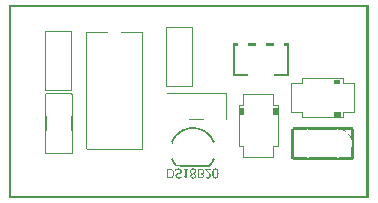
<source format=gbo>
G04 MADE WITH FRITZING*
G04 WWW.FRITZING.ORG*
G04 SINGLE SIDED*
G04 HOLES NOT PLATED*
G04 CONTOUR ON CENTER OF CONTOUR VECTOR*
%ASAXBY*%
%FSLAX23Y23*%
%MOIN*%
%OFA0B0*%
%SFA1.0B1.0*%
%ADD10R,0.023622X0.015748*%
%ADD11C,0.008000*%
%ADD12C,0.004611*%
%ADD13R,0.001000X0.001000*%
%LNSILK0*%
G90*
G70*
G54D10*
X1094Y389D03*
G54D11*
X930Y410D02*
X930Y512D01*
D02*
X749Y512D02*
X749Y410D01*
G54D12*
D02*
X442Y553D02*
X442Y163D01*
D02*
X442Y163D02*
X258Y163D01*
D02*
X442Y553D02*
X373Y553D01*
D02*
X327Y553D02*
X258Y553D01*
G54D13*
X0Y644D02*
X1198Y644D01*
X0Y643D02*
X1198Y643D01*
X0Y642D02*
X1198Y642D01*
X0Y641D02*
X1198Y641D01*
X0Y640D02*
X1198Y640D01*
X0Y639D02*
X1198Y639D01*
X0Y638D02*
X1198Y638D01*
X0Y637D02*
X1198Y637D01*
X0Y636D02*
X7Y636D01*
X1191Y636D02*
X1198Y636D01*
X0Y635D02*
X7Y635D01*
X1191Y635D02*
X1198Y635D01*
X0Y634D02*
X7Y634D01*
X1191Y634D02*
X1198Y634D01*
X0Y633D02*
X7Y633D01*
X1191Y633D02*
X1198Y633D01*
X0Y632D02*
X7Y632D01*
X1191Y632D02*
X1198Y632D01*
X0Y631D02*
X7Y631D01*
X1191Y631D02*
X1198Y631D01*
X0Y630D02*
X7Y630D01*
X1191Y630D02*
X1198Y630D01*
X0Y629D02*
X7Y629D01*
X1191Y629D02*
X1198Y629D01*
X0Y628D02*
X7Y628D01*
X1191Y628D02*
X1198Y628D01*
X0Y627D02*
X7Y627D01*
X1191Y627D02*
X1198Y627D01*
X0Y626D02*
X7Y626D01*
X1191Y626D02*
X1198Y626D01*
X0Y625D02*
X7Y625D01*
X1191Y625D02*
X1198Y625D01*
X0Y624D02*
X7Y624D01*
X1191Y624D02*
X1198Y624D01*
X0Y623D02*
X7Y623D01*
X1191Y623D02*
X1198Y623D01*
X0Y622D02*
X7Y622D01*
X1191Y622D02*
X1198Y622D01*
X0Y621D02*
X7Y621D01*
X1191Y621D02*
X1198Y621D01*
X0Y620D02*
X7Y620D01*
X1191Y620D02*
X1198Y620D01*
X0Y619D02*
X7Y619D01*
X1191Y619D02*
X1198Y619D01*
X0Y618D02*
X7Y618D01*
X1191Y618D02*
X1198Y618D01*
X0Y617D02*
X7Y617D01*
X1191Y617D02*
X1198Y617D01*
X0Y616D02*
X7Y616D01*
X1191Y616D02*
X1198Y616D01*
X0Y615D02*
X7Y615D01*
X1191Y615D02*
X1198Y615D01*
X0Y614D02*
X7Y614D01*
X1191Y614D02*
X1198Y614D01*
X0Y613D02*
X7Y613D01*
X1191Y613D02*
X1198Y613D01*
X0Y612D02*
X7Y612D01*
X1191Y612D02*
X1198Y612D01*
X0Y611D02*
X7Y611D01*
X1191Y611D02*
X1198Y611D01*
X0Y610D02*
X7Y610D01*
X1191Y610D02*
X1198Y610D01*
X0Y609D02*
X7Y609D01*
X1191Y609D02*
X1198Y609D01*
X0Y608D02*
X7Y608D01*
X1191Y608D02*
X1198Y608D01*
X0Y607D02*
X7Y607D01*
X1191Y607D02*
X1198Y607D01*
X0Y606D02*
X7Y606D01*
X1191Y606D02*
X1198Y606D01*
X0Y605D02*
X7Y605D01*
X1191Y605D02*
X1198Y605D01*
X0Y604D02*
X7Y604D01*
X1191Y604D02*
X1198Y604D01*
X0Y603D02*
X7Y603D01*
X1191Y603D02*
X1198Y603D01*
X0Y602D02*
X7Y602D01*
X1191Y602D02*
X1198Y602D01*
X0Y601D02*
X7Y601D01*
X1191Y601D02*
X1198Y601D01*
X0Y600D02*
X7Y600D01*
X1191Y600D02*
X1198Y600D01*
X0Y599D02*
X7Y599D01*
X1191Y599D02*
X1198Y599D01*
X0Y598D02*
X7Y598D01*
X1191Y598D02*
X1198Y598D01*
X0Y597D02*
X7Y597D01*
X1191Y597D02*
X1198Y597D01*
X0Y596D02*
X7Y596D01*
X1191Y596D02*
X1198Y596D01*
X0Y595D02*
X7Y595D01*
X1191Y595D02*
X1198Y595D01*
X0Y594D02*
X7Y594D01*
X1191Y594D02*
X1198Y594D01*
X0Y593D02*
X7Y593D01*
X1191Y593D02*
X1198Y593D01*
X0Y592D02*
X7Y592D01*
X1191Y592D02*
X1198Y592D01*
X0Y591D02*
X7Y591D01*
X1191Y591D02*
X1198Y591D01*
X0Y590D02*
X7Y590D01*
X1191Y590D02*
X1198Y590D01*
X0Y589D02*
X7Y589D01*
X1191Y589D02*
X1198Y589D01*
X0Y588D02*
X7Y588D01*
X1191Y588D02*
X1198Y588D01*
X0Y587D02*
X7Y587D01*
X1191Y587D02*
X1198Y587D01*
X0Y586D02*
X7Y586D01*
X1191Y586D02*
X1198Y586D01*
X0Y585D02*
X7Y585D01*
X1191Y585D02*
X1198Y585D01*
X0Y584D02*
X7Y584D01*
X1191Y584D02*
X1198Y584D01*
X0Y583D02*
X7Y583D01*
X1191Y583D02*
X1198Y583D01*
X0Y582D02*
X7Y582D01*
X1191Y582D02*
X1198Y582D01*
X0Y581D02*
X7Y581D01*
X1191Y581D02*
X1198Y581D01*
X0Y580D02*
X7Y580D01*
X1191Y580D02*
X1198Y580D01*
X0Y579D02*
X7Y579D01*
X1191Y579D02*
X1198Y579D01*
X0Y578D02*
X7Y578D01*
X1191Y578D02*
X1198Y578D01*
X0Y577D02*
X7Y577D01*
X1191Y577D02*
X1198Y577D01*
X0Y576D02*
X7Y576D01*
X1191Y576D02*
X1198Y576D01*
X0Y575D02*
X7Y575D01*
X1191Y575D02*
X1198Y575D01*
X0Y574D02*
X7Y574D01*
X1191Y574D02*
X1198Y574D01*
X0Y573D02*
X7Y573D01*
X1191Y573D02*
X1198Y573D01*
X0Y572D02*
X7Y572D01*
X1191Y572D02*
X1198Y572D01*
X0Y571D02*
X7Y571D01*
X523Y571D02*
X612Y571D01*
X1191Y571D02*
X1198Y571D01*
X0Y570D02*
X7Y570D01*
X523Y570D02*
X612Y570D01*
X1191Y570D02*
X1198Y570D01*
X0Y569D02*
X7Y569D01*
X523Y569D02*
X612Y569D01*
X1191Y569D02*
X1198Y569D01*
X0Y568D02*
X7Y568D01*
X523Y568D02*
X524Y568D01*
X610Y568D02*
X612Y568D01*
X1191Y568D02*
X1198Y568D01*
X0Y567D02*
X7Y567D01*
X523Y567D02*
X524Y567D01*
X610Y567D02*
X612Y567D01*
X1191Y567D02*
X1198Y567D01*
X0Y566D02*
X7Y566D01*
X523Y566D02*
X524Y566D01*
X610Y566D02*
X612Y566D01*
X1191Y566D02*
X1198Y566D01*
X0Y565D02*
X7Y565D01*
X523Y565D02*
X524Y565D01*
X610Y565D02*
X612Y565D01*
X1191Y565D02*
X1198Y565D01*
X0Y564D02*
X7Y564D01*
X523Y564D02*
X524Y564D01*
X610Y564D02*
X612Y564D01*
X1191Y564D02*
X1198Y564D01*
X0Y563D02*
X7Y563D01*
X523Y563D02*
X524Y563D01*
X610Y563D02*
X612Y563D01*
X1191Y563D02*
X1198Y563D01*
X0Y562D02*
X7Y562D01*
X523Y562D02*
X524Y562D01*
X610Y562D02*
X612Y562D01*
X1191Y562D02*
X1198Y562D01*
X0Y561D02*
X7Y561D01*
X523Y561D02*
X524Y561D01*
X610Y561D02*
X612Y561D01*
X1191Y561D02*
X1198Y561D01*
X0Y560D02*
X7Y560D01*
X523Y560D02*
X524Y560D01*
X610Y560D02*
X612Y560D01*
X1191Y560D02*
X1198Y560D01*
X0Y559D02*
X7Y559D01*
X523Y559D02*
X524Y559D01*
X610Y559D02*
X612Y559D01*
X1191Y559D02*
X1198Y559D01*
X0Y558D02*
X7Y558D01*
X120Y558D02*
X209Y558D01*
X523Y558D02*
X524Y558D01*
X610Y558D02*
X612Y558D01*
X1191Y558D02*
X1198Y558D01*
X0Y557D02*
X7Y557D01*
X120Y557D02*
X210Y557D01*
X523Y557D02*
X524Y557D01*
X610Y557D02*
X612Y557D01*
X1191Y557D02*
X1198Y557D01*
X0Y556D02*
X7Y556D01*
X120Y556D02*
X210Y556D01*
X523Y556D02*
X524Y556D01*
X610Y556D02*
X612Y556D01*
X1191Y556D02*
X1198Y556D01*
X0Y555D02*
X7Y555D01*
X120Y555D02*
X122Y555D01*
X208Y555D02*
X210Y555D01*
X523Y555D02*
X524Y555D01*
X610Y555D02*
X612Y555D01*
X1191Y555D02*
X1198Y555D01*
X0Y554D02*
X7Y554D01*
X120Y554D02*
X122Y554D01*
X208Y554D02*
X210Y554D01*
X523Y554D02*
X524Y554D01*
X610Y554D02*
X612Y554D01*
X1191Y554D02*
X1198Y554D01*
X0Y553D02*
X7Y553D01*
X120Y553D02*
X122Y553D01*
X208Y553D02*
X210Y553D01*
X255Y553D02*
X259Y553D01*
X523Y553D02*
X524Y553D01*
X610Y553D02*
X612Y553D01*
X1191Y553D02*
X1198Y553D01*
X0Y552D02*
X7Y552D01*
X120Y552D02*
X122Y552D01*
X208Y552D02*
X210Y552D01*
X255Y552D02*
X259Y552D01*
X523Y552D02*
X524Y552D01*
X610Y552D02*
X612Y552D01*
X1191Y552D02*
X1198Y552D01*
X0Y551D02*
X7Y551D01*
X120Y551D02*
X122Y551D01*
X208Y551D02*
X210Y551D01*
X255Y551D02*
X259Y551D01*
X523Y551D02*
X524Y551D01*
X610Y551D02*
X612Y551D01*
X1191Y551D02*
X1198Y551D01*
X0Y550D02*
X7Y550D01*
X120Y550D02*
X122Y550D01*
X208Y550D02*
X210Y550D01*
X255Y550D02*
X259Y550D01*
X523Y550D02*
X524Y550D01*
X610Y550D02*
X612Y550D01*
X1191Y550D02*
X1198Y550D01*
X0Y549D02*
X7Y549D01*
X120Y549D02*
X122Y549D01*
X208Y549D02*
X210Y549D01*
X255Y549D02*
X259Y549D01*
X523Y549D02*
X524Y549D01*
X610Y549D02*
X612Y549D01*
X1191Y549D02*
X1198Y549D01*
X0Y548D02*
X7Y548D01*
X120Y548D02*
X122Y548D01*
X208Y548D02*
X210Y548D01*
X255Y548D02*
X259Y548D01*
X523Y548D02*
X524Y548D01*
X610Y548D02*
X612Y548D01*
X1191Y548D02*
X1198Y548D01*
X0Y547D02*
X7Y547D01*
X120Y547D02*
X122Y547D01*
X208Y547D02*
X210Y547D01*
X255Y547D02*
X259Y547D01*
X523Y547D02*
X524Y547D01*
X610Y547D02*
X612Y547D01*
X1191Y547D02*
X1198Y547D01*
X0Y546D02*
X7Y546D01*
X120Y546D02*
X122Y546D01*
X208Y546D02*
X210Y546D01*
X255Y546D02*
X259Y546D01*
X523Y546D02*
X524Y546D01*
X610Y546D02*
X612Y546D01*
X1191Y546D02*
X1198Y546D01*
X0Y545D02*
X7Y545D01*
X120Y545D02*
X122Y545D01*
X208Y545D02*
X210Y545D01*
X255Y545D02*
X259Y545D01*
X523Y545D02*
X524Y545D01*
X610Y545D02*
X612Y545D01*
X1191Y545D02*
X1198Y545D01*
X0Y544D02*
X7Y544D01*
X120Y544D02*
X122Y544D01*
X208Y544D02*
X210Y544D01*
X255Y544D02*
X259Y544D01*
X523Y544D02*
X524Y544D01*
X610Y544D02*
X612Y544D01*
X1191Y544D02*
X1198Y544D01*
X0Y543D02*
X7Y543D01*
X120Y543D02*
X122Y543D01*
X208Y543D02*
X210Y543D01*
X255Y543D02*
X259Y543D01*
X523Y543D02*
X524Y543D01*
X610Y543D02*
X612Y543D01*
X1191Y543D02*
X1198Y543D01*
X0Y542D02*
X7Y542D01*
X120Y542D02*
X122Y542D01*
X208Y542D02*
X210Y542D01*
X255Y542D02*
X259Y542D01*
X523Y542D02*
X524Y542D01*
X610Y542D02*
X612Y542D01*
X1191Y542D02*
X1198Y542D01*
X0Y541D02*
X7Y541D01*
X120Y541D02*
X122Y541D01*
X208Y541D02*
X210Y541D01*
X255Y541D02*
X259Y541D01*
X523Y541D02*
X524Y541D01*
X610Y541D02*
X612Y541D01*
X1191Y541D02*
X1198Y541D01*
X0Y540D02*
X7Y540D01*
X120Y540D02*
X122Y540D01*
X208Y540D02*
X210Y540D01*
X255Y540D02*
X259Y540D01*
X523Y540D02*
X524Y540D01*
X610Y540D02*
X612Y540D01*
X1191Y540D02*
X1198Y540D01*
X0Y539D02*
X7Y539D01*
X120Y539D02*
X122Y539D01*
X208Y539D02*
X210Y539D01*
X255Y539D02*
X259Y539D01*
X523Y539D02*
X524Y539D01*
X610Y539D02*
X612Y539D01*
X1191Y539D02*
X1198Y539D01*
X0Y538D02*
X7Y538D01*
X120Y538D02*
X122Y538D01*
X208Y538D02*
X210Y538D01*
X255Y538D02*
X259Y538D01*
X523Y538D02*
X524Y538D01*
X610Y538D02*
X612Y538D01*
X1191Y538D02*
X1198Y538D01*
X0Y537D02*
X7Y537D01*
X120Y537D02*
X122Y537D01*
X208Y537D02*
X210Y537D01*
X255Y537D02*
X259Y537D01*
X523Y537D02*
X524Y537D01*
X610Y537D02*
X612Y537D01*
X1191Y537D02*
X1198Y537D01*
X0Y536D02*
X7Y536D01*
X120Y536D02*
X122Y536D01*
X208Y536D02*
X210Y536D01*
X255Y536D02*
X259Y536D01*
X523Y536D02*
X524Y536D01*
X610Y536D02*
X612Y536D01*
X1191Y536D02*
X1198Y536D01*
X0Y535D02*
X7Y535D01*
X120Y535D02*
X122Y535D01*
X208Y535D02*
X210Y535D01*
X255Y535D02*
X259Y535D01*
X523Y535D02*
X524Y535D01*
X610Y535D02*
X612Y535D01*
X1191Y535D02*
X1198Y535D01*
X0Y534D02*
X7Y534D01*
X120Y534D02*
X122Y534D01*
X208Y534D02*
X210Y534D01*
X255Y534D02*
X259Y534D01*
X523Y534D02*
X524Y534D01*
X610Y534D02*
X612Y534D01*
X1191Y534D02*
X1198Y534D01*
X0Y533D02*
X7Y533D01*
X120Y533D02*
X122Y533D01*
X208Y533D02*
X210Y533D01*
X255Y533D02*
X259Y533D01*
X523Y533D02*
X524Y533D01*
X610Y533D02*
X612Y533D01*
X1191Y533D02*
X1198Y533D01*
X0Y532D02*
X7Y532D01*
X120Y532D02*
X122Y532D01*
X208Y532D02*
X210Y532D01*
X255Y532D02*
X259Y532D01*
X523Y532D02*
X524Y532D01*
X610Y532D02*
X612Y532D01*
X1191Y532D02*
X1198Y532D01*
X0Y531D02*
X7Y531D01*
X120Y531D02*
X122Y531D01*
X208Y531D02*
X210Y531D01*
X255Y531D02*
X259Y531D01*
X523Y531D02*
X524Y531D01*
X610Y531D02*
X612Y531D01*
X1191Y531D02*
X1198Y531D01*
X0Y530D02*
X7Y530D01*
X120Y530D02*
X122Y530D01*
X208Y530D02*
X210Y530D01*
X255Y530D02*
X259Y530D01*
X523Y530D02*
X524Y530D01*
X610Y530D02*
X612Y530D01*
X1191Y530D02*
X1198Y530D01*
X0Y529D02*
X7Y529D01*
X120Y529D02*
X122Y529D01*
X208Y529D02*
X210Y529D01*
X255Y529D02*
X259Y529D01*
X523Y529D02*
X524Y529D01*
X610Y529D02*
X612Y529D01*
X1191Y529D02*
X1198Y529D01*
X0Y528D02*
X7Y528D01*
X120Y528D02*
X122Y528D01*
X208Y528D02*
X210Y528D01*
X255Y528D02*
X259Y528D01*
X523Y528D02*
X524Y528D01*
X610Y528D02*
X612Y528D01*
X1191Y528D02*
X1198Y528D01*
X0Y527D02*
X7Y527D01*
X120Y527D02*
X122Y527D01*
X208Y527D02*
X210Y527D01*
X255Y527D02*
X259Y527D01*
X523Y527D02*
X524Y527D01*
X610Y527D02*
X612Y527D01*
X1191Y527D02*
X1198Y527D01*
X0Y526D02*
X7Y526D01*
X120Y526D02*
X122Y526D01*
X208Y526D02*
X210Y526D01*
X255Y526D02*
X259Y526D01*
X523Y526D02*
X524Y526D01*
X610Y526D02*
X612Y526D01*
X1191Y526D02*
X1198Y526D01*
X0Y525D02*
X7Y525D01*
X120Y525D02*
X122Y525D01*
X208Y525D02*
X210Y525D01*
X255Y525D02*
X259Y525D01*
X523Y525D02*
X524Y525D01*
X610Y525D02*
X612Y525D01*
X1191Y525D02*
X1198Y525D01*
X0Y524D02*
X7Y524D01*
X120Y524D02*
X122Y524D01*
X208Y524D02*
X210Y524D01*
X255Y524D02*
X259Y524D01*
X523Y524D02*
X524Y524D01*
X610Y524D02*
X612Y524D01*
X1191Y524D02*
X1198Y524D01*
X0Y523D02*
X7Y523D01*
X120Y523D02*
X122Y523D01*
X208Y523D02*
X210Y523D01*
X255Y523D02*
X259Y523D01*
X523Y523D02*
X524Y523D01*
X610Y523D02*
X612Y523D01*
X1191Y523D02*
X1198Y523D01*
X0Y522D02*
X7Y522D01*
X120Y522D02*
X122Y522D01*
X208Y522D02*
X210Y522D01*
X255Y522D02*
X259Y522D01*
X523Y522D02*
X524Y522D01*
X610Y522D02*
X612Y522D01*
X1191Y522D02*
X1198Y522D01*
X0Y521D02*
X7Y521D01*
X120Y521D02*
X122Y521D01*
X208Y521D02*
X210Y521D01*
X255Y521D02*
X259Y521D01*
X523Y521D02*
X524Y521D01*
X610Y521D02*
X612Y521D01*
X1191Y521D02*
X1198Y521D01*
X0Y520D02*
X7Y520D01*
X120Y520D02*
X122Y520D01*
X208Y520D02*
X210Y520D01*
X255Y520D02*
X259Y520D01*
X523Y520D02*
X524Y520D01*
X610Y520D02*
X612Y520D01*
X1191Y520D02*
X1198Y520D01*
X0Y519D02*
X7Y519D01*
X120Y519D02*
X122Y519D01*
X208Y519D02*
X210Y519D01*
X255Y519D02*
X259Y519D01*
X523Y519D02*
X524Y519D01*
X610Y519D02*
X612Y519D01*
X1191Y519D02*
X1198Y519D01*
X0Y518D02*
X7Y518D01*
X120Y518D02*
X122Y518D01*
X208Y518D02*
X210Y518D01*
X255Y518D02*
X259Y518D01*
X523Y518D02*
X524Y518D01*
X610Y518D02*
X612Y518D01*
X1191Y518D02*
X1198Y518D01*
X0Y517D02*
X7Y517D01*
X120Y517D02*
X122Y517D01*
X208Y517D02*
X210Y517D01*
X255Y517D02*
X259Y517D01*
X523Y517D02*
X524Y517D01*
X610Y517D02*
X612Y517D01*
X1191Y517D02*
X1198Y517D01*
X0Y516D02*
X7Y516D01*
X120Y516D02*
X122Y516D01*
X208Y516D02*
X210Y516D01*
X255Y516D02*
X259Y516D01*
X523Y516D02*
X524Y516D01*
X610Y516D02*
X612Y516D01*
X747Y516D02*
X763Y516D01*
X797Y516D02*
X822Y516D01*
X856Y516D02*
X881Y516D01*
X915Y516D02*
X931Y516D01*
X1191Y516D02*
X1198Y516D01*
X0Y515D02*
X7Y515D01*
X120Y515D02*
X122Y515D01*
X208Y515D02*
X210Y515D01*
X255Y515D02*
X259Y515D01*
X523Y515D02*
X524Y515D01*
X610Y515D02*
X612Y515D01*
X746Y515D02*
X763Y515D01*
X797Y515D02*
X822Y515D01*
X856Y515D02*
X881Y515D01*
X915Y515D02*
X932Y515D01*
X1191Y515D02*
X1198Y515D01*
X0Y514D02*
X7Y514D01*
X120Y514D02*
X122Y514D01*
X208Y514D02*
X210Y514D01*
X255Y514D02*
X259Y514D01*
X523Y514D02*
X524Y514D01*
X610Y514D02*
X612Y514D01*
X745Y514D02*
X763Y514D01*
X797Y514D02*
X822Y514D01*
X856Y514D02*
X881Y514D01*
X915Y514D02*
X933Y514D01*
X1191Y514D02*
X1198Y514D01*
X0Y513D02*
X7Y513D01*
X120Y513D02*
X122Y513D01*
X208Y513D02*
X210Y513D01*
X255Y513D02*
X259Y513D01*
X523Y513D02*
X524Y513D01*
X610Y513D02*
X612Y513D01*
X745Y513D02*
X763Y513D01*
X797Y513D02*
X822Y513D01*
X856Y513D02*
X881Y513D01*
X915Y513D02*
X933Y513D01*
X1191Y513D02*
X1198Y513D01*
X0Y512D02*
X7Y512D01*
X120Y512D02*
X122Y512D01*
X208Y512D02*
X210Y512D01*
X255Y512D02*
X258Y512D01*
X523Y512D02*
X524Y512D01*
X610Y512D02*
X612Y512D01*
X745Y512D02*
X763Y512D01*
X797Y512D02*
X822Y512D01*
X856Y512D02*
X881Y512D01*
X915Y512D02*
X933Y512D01*
X1191Y512D02*
X1198Y512D01*
X0Y511D02*
X7Y511D01*
X120Y511D02*
X122Y511D01*
X208Y511D02*
X210Y511D01*
X255Y511D02*
X258Y511D01*
X523Y511D02*
X524Y511D01*
X610Y511D02*
X612Y511D01*
X745Y511D02*
X763Y511D01*
X797Y511D02*
X822Y511D01*
X856Y511D02*
X881Y511D01*
X915Y511D02*
X933Y511D01*
X1191Y511D02*
X1198Y511D01*
X0Y510D02*
X7Y510D01*
X120Y510D02*
X122Y510D01*
X208Y510D02*
X210Y510D01*
X255Y510D02*
X258Y510D01*
X523Y510D02*
X524Y510D01*
X610Y510D02*
X612Y510D01*
X746Y510D02*
X763Y510D01*
X797Y510D02*
X822Y510D01*
X856Y510D02*
X881Y510D01*
X915Y510D02*
X932Y510D01*
X1191Y510D02*
X1198Y510D01*
X0Y509D02*
X7Y509D01*
X120Y509D02*
X122Y509D01*
X208Y509D02*
X210Y509D01*
X255Y509D02*
X258Y509D01*
X523Y509D02*
X524Y509D01*
X610Y509D02*
X612Y509D01*
X748Y509D02*
X763Y509D01*
X797Y509D02*
X822Y509D01*
X856Y509D02*
X881Y509D01*
X915Y509D02*
X931Y509D01*
X1191Y509D02*
X1198Y509D01*
X0Y508D02*
X7Y508D01*
X120Y508D02*
X122Y508D01*
X208Y508D02*
X210Y508D01*
X255Y508D02*
X258Y508D01*
X523Y508D02*
X524Y508D01*
X610Y508D02*
X612Y508D01*
X1191Y508D02*
X1198Y508D01*
X0Y507D02*
X7Y507D01*
X120Y507D02*
X122Y507D01*
X208Y507D02*
X210Y507D01*
X255Y507D02*
X258Y507D01*
X523Y507D02*
X524Y507D01*
X610Y507D02*
X612Y507D01*
X1191Y507D02*
X1198Y507D01*
X0Y506D02*
X7Y506D01*
X120Y506D02*
X122Y506D01*
X208Y506D02*
X210Y506D01*
X255Y506D02*
X258Y506D01*
X523Y506D02*
X524Y506D01*
X610Y506D02*
X612Y506D01*
X1191Y506D02*
X1198Y506D01*
X0Y505D02*
X7Y505D01*
X120Y505D02*
X122Y505D01*
X208Y505D02*
X210Y505D01*
X255Y505D02*
X258Y505D01*
X523Y505D02*
X524Y505D01*
X610Y505D02*
X612Y505D01*
X1191Y505D02*
X1198Y505D01*
X0Y504D02*
X7Y504D01*
X120Y504D02*
X122Y504D01*
X208Y504D02*
X210Y504D01*
X255Y504D02*
X259Y504D01*
X523Y504D02*
X524Y504D01*
X610Y504D02*
X612Y504D01*
X1191Y504D02*
X1198Y504D01*
X0Y503D02*
X7Y503D01*
X120Y503D02*
X122Y503D01*
X208Y503D02*
X210Y503D01*
X255Y503D02*
X259Y503D01*
X523Y503D02*
X524Y503D01*
X610Y503D02*
X612Y503D01*
X1191Y503D02*
X1198Y503D01*
X0Y502D02*
X7Y502D01*
X120Y502D02*
X122Y502D01*
X208Y502D02*
X210Y502D01*
X255Y502D02*
X259Y502D01*
X523Y502D02*
X524Y502D01*
X610Y502D02*
X612Y502D01*
X1191Y502D02*
X1198Y502D01*
X0Y501D02*
X7Y501D01*
X120Y501D02*
X122Y501D01*
X208Y501D02*
X210Y501D01*
X255Y501D02*
X259Y501D01*
X523Y501D02*
X524Y501D01*
X610Y501D02*
X612Y501D01*
X1191Y501D02*
X1198Y501D01*
X0Y500D02*
X7Y500D01*
X120Y500D02*
X122Y500D01*
X208Y500D02*
X210Y500D01*
X255Y500D02*
X259Y500D01*
X523Y500D02*
X524Y500D01*
X610Y500D02*
X612Y500D01*
X1191Y500D02*
X1198Y500D01*
X0Y499D02*
X7Y499D01*
X120Y499D02*
X122Y499D01*
X208Y499D02*
X210Y499D01*
X255Y499D02*
X259Y499D01*
X523Y499D02*
X524Y499D01*
X610Y499D02*
X612Y499D01*
X1191Y499D02*
X1198Y499D01*
X0Y498D02*
X7Y498D01*
X120Y498D02*
X122Y498D01*
X208Y498D02*
X210Y498D01*
X255Y498D02*
X259Y498D01*
X523Y498D02*
X524Y498D01*
X610Y498D02*
X612Y498D01*
X1191Y498D02*
X1198Y498D01*
X0Y497D02*
X7Y497D01*
X120Y497D02*
X122Y497D01*
X208Y497D02*
X210Y497D01*
X255Y497D02*
X259Y497D01*
X523Y497D02*
X524Y497D01*
X610Y497D02*
X612Y497D01*
X1191Y497D02*
X1198Y497D01*
X0Y496D02*
X7Y496D01*
X120Y496D02*
X122Y496D01*
X208Y496D02*
X210Y496D01*
X255Y496D02*
X259Y496D01*
X523Y496D02*
X524Y496D01*
X610Y496D02*
X612Y496D01*
X1191Y496D02*
X1198Y496D01*
X0Y495D02*
X7Y495D01*
X120Y495D02*
X122Y495D01*
X208Y495D02*
X210Y495D01*
X255Y495D02*
X259Y495D01*
X523Y495D02*
X525Y495D01*
X609Y495D02*
X612Y495D01*
X1191Y495D02*
X1198Y495D01*
X0Y494D02*
X7Y494D01*
X120Y494D02*
X122Y494D01*
X208Y494D02*
X210Y494D01*
X255Y494D02*
X259Y494D01*
X523Y494D02*
X525Y494D01*
X609Y494D02*
X612Y494D01*
X1191Y494D02*
X1198Y494D01*
X0Y493D02*
X7Y493D01*
X120Y493D02*
X122Y493D01*
X208Y493D02*
X210Y493D01*
X255Y493D02*
X259Y493D01*
X523Y493D02*
X525Y493D01*
X609Y493D02*
X612Y493D01*
X1191Y493D02*
X1198Y493D01*
X0Y492D02*
X7Y492D01*
X120Y492D02*
X122Y492D01*
X208Y492D02*
X210Y492D01*
X255Y492D02*
X259Y492D01*
X523Y492D02*
X525Y492D01*
X609Y492D02*
X612Y492D01*
X1191Y492D02*
X1198Y492D01*
X0Y491D02*
X7Y491D01*
X120Y491D02*
X122Y491D01*
X208Y491D02*
X210Y491D01*
X255Y491D02*
X259Y491D01*
X523Y491D02*
X525Y491D01*
X609Y491D02*
X612Y491D01*
X1191Y491D02*
X1198Y491D01*
X0Y490D02*
X7Y490D01*
X120Y490D02*
X122Y490D01*
X208Y490D02*
X210Y490D01*
X255Y490D02*
X259Y490D01*
X523Y490D02*
X525Y490D01*
X609Y490D02*
X612Y490D01*
X1191Y490D02*
X1198Y490D01*
X0Y489D02*
X7Y489D01*
X120Y489D02*
X122Y489D01*
X208Y489D02*
X210Y489D01*
X255Y489D02*
X259Y489D01*
X523Y489D02*
X525Y489D01*
X609Y489D02*
X612Y489D01*
X1191Y489D02*
X1198Y489D01*
X0Y488D02*
X7Y488D01*
X120Y488D02*
X122Y488D01*
X208Y488D02*
X210Y488D01*
X255Y488D02*
X259Y488D01*
X523Y488D02*
X525Y488D01*
X609Y488D02*
X612Y488D01*
X1191Y488D02*
X1198Y488D01*
X0Y487D02*
X7Y487D01*
X120Y487D02*
X122Y487D01*
X208Y487D02*
X210Y487D01*
X255Y487D02*
X259Y487D01*
X523Y487D02*
X525Y487D01*
X609Y487D02*
X612Y487D01*
X1191Y487D02*
X1198Y487D01*
X0Y486D02*
X7Y486D01*
X120Y486D02*
X122Y486D01*
X208Y486D02*
X210Y486D01*
X255Y486D02*
X259Y486D01*
X523Y486D02*
X525Y486D01*
X609Y486D02*
X612Y486D01*
X1191Y486D02*
X1198Y486D01*
X0Y485D02*
X7Y485D01*
X120Y485D02*
X122Y485D01*
X208Y485D02*
X210Y485D01*
X255Y485D02*
X259Y485D01*
X523Y485D02*
X525Y485D01*
X609Y485D02*
X612Y485D01*
X1191Y485D02*
X1198Y485D01*
X0Y484D02*
X7Y484D01*
X120Y484D02*
X122Y484D01*
X208Y484D02*
X210Y484D01*
X255Y484D02*
X259Y484D01*
X523Y484D02*
X525Y484D01*
X609Y484D02*
X612Y484D01*
X1191Y484D02*
X1198Y484D01*
X0Y483D02*
X7Y483D01*
X120Y483D02*
X122Y483D01*
X208Y483D02*
X210Y483D01*
X255Y483D02*
X259Y483D01*
X523Y483D02*
X525Y483D01*
X609Y483D02*
X612Y483D01*
X1191Y483D02*
X1198Y483D01*
X0Y482D02*
X7Y482D01*
X120Y482D02*
X123Y482D01*
X207Y482D02*
X210Y482D01*
X255Y482D02*
X259Y482D01*
X523Y482D02*
X525Y482D01*
X609Y482D02*
X612Y482D01*
X1191Y482D02*
X1198Y482D01*
X0Y481D02*
X7Y481D01*
X120Y481D02*
X123Y481D01*
X207Y481D02*
X210Y481D01*
X255Y481D02*
X259Y481D01*
X523Y481D02*
X525Y481D01*
X609Y481D02*
X612Y481D01*
X1191Y481D02*
X1198Y481D01*
X0Y480D02*
X7Y480D01*
X120Y480D02*
X123Y480D01*
X207Y480D02*
X210Y480D01*
X255Y480D02*
X259Y480D01*
X523Y480D02*
X525Y480D01*
X609Y480D02*
X612Y480D01*
X1191Y480D02*
X1198Y480D01*
X0Y479D02*
X7Y479D01*
X120Y479D02*
X123Y479D01*
X207Y479D02*
X210Y479D01*
X255Y479D02*
X259Y479D01*
X523Y479D02*
X525Y479D01*
X609Y479D02*
X612Y479D01*
X1191Y479D02*
X1198Y479D01*
X0Y478D02*
X7Y478D01*
X120Y478D02*
X123Y478D01*
X207Y478D02*
X210Y478D01*
X255Y478D02*
X259Y478D01*
X523Y478D02*
X525Y478D01*
X609Y478D02*
X612Y478D01*
X1191Y478D02*
X1198Y478D01*
X0Y477D02*
X7Y477D01*
X120Y477D02*
X123Y477D01*
X207Y477D02*
X210Y477D01*
X255Y477D02*
X259Y477D01*
X523Y477D02*
X525Y477D01*
X609Y477D02*
X612Y477D01*
X1191Y477D02*
X1198Y477D01*
X0Y476D02*
X7Y476D01*
X120Y476D02*
X123Y476D01*
X207Y476D02*
X210Y476D01*
X255Y476D02*
X259Y476D01*
X523Y476D02*
X525Y476D01*
X609Y476D02*
X612Y476D01*
X1191Y476D02*
X1198Y476D01*
X0Y475D02*
X7Y475D01*
X120Y475D02*
X123Y475D01*
X207Y475D02*
X210Y475D01*
X255Y475D02*
X259Y475D01*
X523Y475D02*
X525Y475D01*
X609Y475D02*
X612Y475D01*
X1191Y475D02*
X1198Y475D01*
X0Y474D02*
X7Y474D01*
X120Y474D02*
X123Y474D01*
X207Y474D02*
X210Y474D01*
X255Y474D02*
X259Y474D01*
X523Y474D02*
X525Y474D01*
X609Y474D02*
X612Y474D01*
X1191Y474D02*
X1198Y474D01*
X0Y473D02*
X7Y473D01*
X120Y473D02*
X123Y473D01*
X207Y473D02*
X210Y473D01*
X255Y473D02*
X259Y473D01*
X523Y473D02*
X525Y473D01*
X609Y473D02*
X612Y473D01*
X1191Y473D02*
X1198Y473D01*
X0Y472D02*
X7Y472D01*
X120Y472D02*
X123Y472D01*
X207Y472D02*
X210Y472D01*
X255Y472D02*
X259Y472D01*
X523Y472D02*
X525Y472D01*
X609Y472D02*
X612Y472D01*
X1191Y472D02*
X1198Y472D01*
X0Y471D02*
X7Y471D01*
X120Y471D02*
X123Y471D01*
X207Y471D02*
X210Y471D01*
X255Y471D02*
X259Y471D01*
X523Y471D02*
X525Y471D01*
X609Y471D02*
X612Y471D01*
X1191Y471D02*
X1198Y471D01*
X0Y470D02*
X7Y470D01*
X120Y470D02*
X123Y470D01*
X207Y470D02*
X210Y470D01*
X255Y470D02*
X259Y470D01*
X523Y470D02*
X525Y470D01*
X609Y470D02*
X612Y470D01*
X1191Y470D02*
X1198Y470D01*
X0Y469D02*
X7Y469D01*
X120Y469D02*
X123Y469D01*
X207Y469D02*
X210Y469D01*
X255Y469D02*
X259Y469D01*
X523Y469D02*
X525Y469D01*
X609Y469D02*
X612Y469D01*
X1191Y469D02*
X1198Y469D01*
X0Y468D02*
X7Y468D01*
X120Y468D02*
X123Y468D01*
X207Y468D02*
X210Y468D01*
X255Y468D02*
X259Y468D01*
X523Y468D02*
X525Y468D01*
X609Y468D02*
X612Y468D01*
X1191Y468D02*
X1198Y468D01*
X0Y467D02*
X7Y467D01*
X120Y467D02*
X123Y467D01*
X207Y467D02*
X210Y467D01*
X255Y467D02*
X259Y467D01*
X523Y467D02*
X525Y467D01*
X609Y467D02*
X612Y467D01*
X1191Y467D02*
X1198Y467D01*
X0Y466D02*
X7Y466D01*
X120Y466D02*
X123Y466D01*
X207Y466D02*
X210Y466D01*
X255Y466D02*
X259Y466D01*
X523Y466D02*
X525Y466D01*
X609Y466D02*
X612Y466D01*
X1191Y466D02*
X1198Y466D01*
X0Y465D02*
X7Y465D01*
X120Y465D02*
X123Y465D01*
X207Y465D02*
X210Y465D01*
X255Y465D02*
X259Y465D01*
X523Y465D02*
X525Y465D01*
X609Y465D02*
X612Y465D01*
X1191Y465D02*
X1198Y465D01*
X0Y464D02*
X7Y464D01*
X120Y464D02*
X123Y464D01*
X207Y464D02*
X210Y464D01*
X255Y464D02*
X259Y464D01*
X523Y464D02*
X525Y464D01*
X609Y464D02*
X612Y464D01*
X1191Y464D02*
X1198Y464D01*
X0Y463D02*
X7Y463D01*
X120Y463D02*
X123Y463D01*
X207Y463D02*
X210Y463D01*
X255Y463D02*
X259Y463D01*
X523Y463D02*
X525Y463D01*
X609Y463D02*
X612Y463D01*
X1191Y463D02*
X1198Y463D01*
X0Y462D02*
X7Y462D01*
X120Y462D02*
X123Y462D01*
X207Y462D02*
X210Y462D01*
X255Y462D02*
X259Y462D01*
X523Y462D02*
X525Y462D01*
X609Y462D02*
X612Y462D01*
X1191Y462D02*
X1198Y462D01*
X0Y461D02*
X7Y461D01*
X120Y461D02*
X123Y461D01*
X207Y461D02*
X210Y461D01*
X255Y461D02*
X259Y461D01*
X523Y461D02*
X525Y461D01*
X609Y461D02*
X612Y461D01*
X1191Y461D02*
X1198Y461D01*
X0Y460D02*
X7Y460D01*
X120Y460D02*
X123Y460D01*
X207Y460D02*
X210Y460D01*
X255Y460D02*
X259Y460D01*
X523Y460D02*
X525Y460D01*
X609Y460D02*
X612Y460D01*
X1191Y460D02*
X1198Y460D01*
X0Y459D02*
X7Y459D01*
X120Y459D02*
X123Y459D01*
X207Y459D02*
X210Y459D01*
X255Y459D02*
X259Y459D01*
X523Y459D02*
X525Y459D01*
X609Y459D02*
X612Y459D01*
X1191Y459D02*
X1198Y459D01*
X0Y458D02*
X7Y458D01*
X120Y458D02*
X123Y458D01*
X207Y458D02*
X210Y458D01*
X255Y458D02*
X259Y458D01*
X523Y458D02*
X525Y458D01*
X609Y458D02*
X612Y458D01*
X1191Y458D02*
X1198Y458D01*
X0Y457D02*
X7Y457D01*
X120Y457D02*
X123Y457D01*
X207Y457D02*
X210Y457D01*
X255Y457D02*
X259Y457D01*
X523Y457D02*
X525Y457D01*
X609Y457D02*
X612Y457D01*
X1191Y457D02*
X1198Y457D01*
X0Y456D02*
X7Y456D01*
X120Y456D02*
X123Y456D01*
X207Y456D02*
X210Y456D01*
X255Y456D02*
X259Y456D01*
X523Y456D02*
X525Y456D01*
X609Y456D02*
X612Y456D01*
X1191Y456D02*
X1198Y456D01*
X0Y455D02*
X7Y455D01*
X120Y455D02*
X123Y455D01*
X207Y455D02*
X210Y455D01*
X255Y455D02*
X259Y455D01*
X523Y455D02*
X525Y455D01*
X609Y455D02*
X612Y455D01*
X1191Y455D02*
X1198Y455D01*
X0Y454D02*
X7Y454D01*
X120Y454D02*
X123Y454D01*
X207Y454D02*
X210Y454D01*
X255Y454D02*
X259Y454D01*
X523Y454D02*
X525Y454D01*
X609Y454D02*
X612Y454D01*
X1191Y454D02*
X1198Y454D01*
X0Y453D02*
X7Y453D01*
X120Y453D02*
X123Y453D01*
X207Y453D02*
X210Y453D01*
X255Y453D02*
X259Y453D01*
X523Y453D02*
X525Y453D01*
X609Y453D02*
X612Y453D01*
X1191Y453D02*
X1198Y453D01*
X0Y452D02*
X7Y452D01*
X120Y452D02*
X123Y452D01*
X207Y452D02*
X210Y452D01*
X255Y452D02*
X259Y452D01*
X523Y452D02*
X525Y452D01*
X609Y452D02*
X612Y452D01*
X1191Y452D02*
X1198Y452D01*
X0Y451D02*
X7Y451D01*
X120Y451D02*
X123Y451D01*
X207Y451D02*
X210Y451D01*
X255Y451D02*
X259Y451D01*
X523Y451D02*
X525Y451D01*
X609Y451D02*
X612Y451D01*
X1191Y451D02*
X1198Y451D01*
X0Y450D02*
X7Y450D01*
X120Y450D02*
X123Y450D01*
X207Y450D02*
X210Y450D01*
X255Y450D02*
X259Y450D01*
X523Y450D02*
X525Y450D01*
X609Y450D02*
X612Y450D01*
X1191Y450D02*
X1198Y450D01*
X0Y449D02*
X7Y449D01*
X120Y449D02*
X123Y449D01*
X207Y449D02*
X210Y449D01*
X255Y449D02*
X259Y449D01*
X523Y449D02*
X525Y449D01*
X609Y449D02*
X612Y449D01*
X1191Y449D02*
X1198Y449D01*
X0Y448D02*
X7Y448D01*
X120Y448D02*
X123Y448D01*
X207Y448D02*
X210Y448D01*
X255Y448D02*
X259Y448D01*
X523Y448D02*
X525Y448D01*
X609Y448D02*
X612Y448D01*
X1191Y448D02*
X1198Y448D01*
X0Y447D02*
X7Y447D01*
X120Y447D02*
X123Y447D01*
X207Y447D02*
X210Y447D01*
X255Y447D02*
X259Y447D01*
X523Y447D02*
X525Y447D01*
X609Y447D02*
X612Y447D01*
X1191Y447D02*
X1198Y447D01*
X0Y446D02*
X7Y446D01*
X120Y446D02*
X123Y446D01*
X207Y446D02*
X210Y446D01*
X255Y446D02*
X259Y446D01*
X523Y446D02*
X524Y446D01*
X610Y446D02*
X612Y446D01*
X1191Y446D02*
X1198Y446D01*
X0Y445D02*
X7Y445D01*
X120Y445D02*
X123Y445D01*
X207Y445D02*
X210Y445D01*
X255Y445D02*
X259Y445D01*
X523Y445D02*
X524Y445D01*
X610Y445D02*
X612Y445D01*
X1191Y445D02*
X1198Y445D01*
X0Y444D02*
X7Y444D01*
X120Y444D02*
X123Y444D01*
X207Y444D02*
X210Y444D01*
X255Y444D02*
X259Y444D01*
X523Y444D02*
X524Y444D01*
X610Y444D02*
X612Y444D01*
X1191Y444D02*
X1198Y444D01*
X0Y443D02*
X7Y443D01*
X120Y443D02*
X123Y443D01*
X207Y443D02*
X210Y443D01*
X255Y443D02*
X259Y443D01*
X523Y443D02*
X524Y443D01*
X610Y443D02*
X612Y443D01*
X1191Y443D02*
X1198Y443D01*
X0Y442D02*
X7Y442D01*
X120Y442D02*
X123Y442D01*
X207Y442D02*
X210Y442D01*
X255Y442D02*
X259Y442D01*
X523Y442D02*
X524Y442D01*
X610Y442D02*
X612Y442D01*
X1191Y442D02*
X1198Y442D01*
X0Y441D02*
X7Y441D01*
X120Y441D02*
X123Y441D01*
X207Y441D02*
X210Y441D01*
X255Y441D02*
X259Y441D01*
X523Y441D02*
X524Y441D01*
X610Y441D02*
X612Y441D01*
X1191Y441D02*
X1198Y441D01*
X0Y440D02*
X7Y440D01*
X120Y440D02*
X123Y440D01*
X207Y440D02*
X210Y440D01*
X255Y440D02*
X259Y440D01*
X523Y440D02*
X524Y440D01*
X610Y440D02*
X612Y440D01*
X1191Y440D02*
X1198Y440D01*
X0Y439D02*
X7Y439D01*
X120Y439D02*
X123Y439D01*
X207Y439D02*
X210Y439D01*
X255Y439D02*
X259Y439D01*
X523Y439D02*
X524Y439D01*
X610Y439D02*
X612Y439D01*
X1191Y439D02*
X1198Y439D01*
X0Y438D02*
X7Y438D01*
X120Y438D02*
X123Y438D01*
X207Y438D02*
X210Y438D01*
X255Y438D02*
X259Y438D01*
X523Y438D02*
X524Y438D01*
X610Y438D02*
X612Y438D01*
X1191Y438D02*
X1198Y438D01*
X0Y437D02*
X7Y437D01*
X120Y437D02*
X123Y437D01*
X207Y437D02*
X210Y437D01*
X255Y437D02*
X259Y437D01*
X523Y437D02*
X524Y437D01*
X610Y437D02*
X612Y437D01*
X1191Y437D02*
X1198Y437D01*
X0Y436D02*
X7Y436D01*
X120Y436D02*
X123Y436D01*
X207Y436D02*
X210Y436D01*
X255Y436D02*
X259Y436D01*
X523Y436D02*
X524Y436D01*
X610Y436D02*
X612Y436D01*
X1191Y436D02*
X1198Y436D01*
X0Y435D02*
X7Y435D01*
X120Y435D02*
X123Y435D01*
X207Y435D02*
X210Y435D01*
X255Y435D02*
X259Y435D01*
X523Y435D02*
X524Y435D01*
X610Y435D02*
X612Y435D01*
X1191Y435D02*
X1198Y435D01*
X0Y434D02*
X7Y434D01*
X120Y434D02*
X123Y434D01*
X207Y434D02*
X210Y434D01*
X255Y434D02*
X259Y434D01*
X523Y434D02*
X524Y434D01*
X610Y434D02*
X612Y434D01*
X1191Y434D02*
X1198Y434D01*
X0Y433D02*
X7Y433D01*
X120Y433D02*
X122Y433D01*
X208Y433D02*
X210Y433D01*
X255Y433D02*
X259Y433D01*
X523Y433D02*
X524Y433D01*
X610Y433D02*
X612Y433D01*
X1191Y433D02*
X1198Y433D01*
X0Y432D02*
X7Y432D01*
X120Y432D02*
X122Y432D01*
X208Y432D02*
X210Y432D01*
X255Y432D02*
X259Y432D01*
X523Y432D02*
X524Y432D01*
X610Y432D02*
X612Y432D01*
X1191Y432D02*
X1198Y432D01*
X0Y431D02*
X7Y431D01*
X120Y431D02*
X122Y431D01*
X208Y431D02*
X210Y431D01*
X255Y431D02*
X259Y431D01*
X523Y431D02*
X524Y431D01*
X610Y431D02*
X612Y431D01*
X1191Y431D02*
X1198Y431D01*
X0Y430D02*
X7Y430D01*
X120Y430D02*
X122Y430D01*
X208Y430D02*
X210Y430D01*
X255Y430D02*
X259Y430D01*
X523Y430D02*
X524Y430D01*
X610Y430D02*
X612Y430D01*
X1191Y430D02*
X1198Y430D01*
X0Y429D02*
X7Y429D01*
X120Y429D02*
X122Y429D01*
X208Y429D02*
X210Y429D01*
X255Y429D02*
X259Y429D01*
X523Y429D02*
X524Y429D01*
X610Y429D02*
X612Y429D01*
X1191Y429D02*
X1198Y429D01*
X0Y428D02*
X7Y428D01*
X120Y428D02*
X122Y428D01*
X208Y428D02*
X210Y428D01*
X255Y428D02*
X259Y428D01*
X523Y428D02*
X524Y428D01*
X610Y428D02*
X612Y428D01*
X1191Y428D02*
X1198Y428D01*
X0Y427D02*
X7Y427D01*
X120Y427D02*
X122Y427D01*
X208Y427D02*
X210Y427D01*
X255Y427D02*
X259Y427D01*
X523Y427D02*
X524Y427D01*
X610Y427D02*
X612Y427D01*
X1191Y427D02*
X1198Y427D01*
X0Y426D02*
X7Y426D01*
X120Y426D02*
X122Y426D01*
X208Y426D02*
X210Y426D01*
X255Y426D02*
X259Y426D01*
X523Y426D02*
X524Y426D01*
X610Y426D02*
X612Y426D01*
X1191Y426D02*
X1198Y426D01*
X0Y425D02*
X7Y425D01*
X120Y425D02*
X122Y425D01*
X208Y425D02*
X210Y425D01*
X255Y425D02*
X259Y425D01*
X523Y425D02*
X524Y425D01*
X610Y425D02*
X612Y425D01*
X1191Y425D02*
X1198Y425D01*
X0Y424D02*
X7Y424D01*
X120Y424D02*
X122Y424D01*
X208Y424D02*
X210Y424D01*
X255Y424D02*
X259Y424D01*
X523Y424D02*
X524Y424D01*
X610Y424D02*
X612Y424D01*
X1191Y424D02*
X1198Y424D01*
X0Y423D02*
X7Y423D01*
X120Y423D02*
X122Y423D01*
X208Y423D02*
X210Y423D01*
X255Y423D02*
X259Y423D01*
X523Y423D02*
X524Y423D01*
X610Y423D02*
X612Y423D01*
X1191Y423D02*
X1198Y423D01*
X0Y422D02*
X7Y422D01*
X120Y422D02*
X122Y422D01*
X208Y422D02*
X210Y422D01*
X255Y422D02*
X259Y422D01*
X523Y422D02*
X524Y422D01*
X610Y422D02*
X612Y422D01*
X1191Y422D02*
X1198Y422D01*
X0Y421D02*
X7Y421D01*
X120Y421D02*
X122Y421D01*
X208Y421D02*
X210Y421D01*
X255Y421D02*
X259Y421D01*
X523Y421D02*
X524Y421D01*
X610Y421D02*
X612Y421D01*
X1191Y421D02*
X1198Y421D01*
X0Y420D02*
X7Y420D01*
X120Y420D02*
X122Y420D01*
X208Y420D02*
X210Y420D01*
X255Y420D02*
X259Y420D01*
X523Y420D02*
X524Y420D01*
X610Y420D02*
X612Y420D01*
X1191Y420D02*
X1198Y420D01*
X0Y419D02*
X7Y419D01*
X120Y419D02*
X122Y419D01*
X208Y419D02*
X210Y419D01*
X255Y419D02*
X259Y419D01*
X523Y419D02*
X524Y419D01*
X610Y419D02*
X612Y419D01*
X1191Y419D02*
X1198Y419D01*
X0Y418D02*
X7Y418D01*
X120Y418D02*
X122Y418D01*
X208Y418D02*
X210Y418D01*
X255Y418D02*
X259Y418D01*
X523Y418D02*
X524Y418D01*
X610Y418D02*
X612Y418D01*
X1191Y418D02*
X1198Y418D01*
X0Y417D02*
X7Y417D01*
X120Y417D02*
X122Y417D01*
X208Y417D02*
X210Y417D01*
X255Y417D02*
X259Y417D01*
X523Y417D02*
X524Y417D01*
X610Y417D02*
X612Y417D01*
X1191Y417D02*
X1198Y417D01*
X0Y416D02*
X7Y416D01*
X120Y416D02*
X122Y416D01*
X208Y416D02*
X210Y416D01*
X255Y416D02*
X259Y416D01*
X523Y416D02*
X524Y416D01*
X610Y416D02*
X612Y416D01*
X1191Y416D02*
X1198Y416D01*
X0Y415D02*
X7Y415D01*
X120Y415D02*
X122Y415D01*
X208Y415D02*
X210Y415D01*
X255Y415D02*
X259Y415D01*
X523Y415D02*
X524Y415D01*
X610Y415D02*
X612Y415D01*
X1191Y415D02*
X1198Y415D01*
X0Y414D02*
X7Y414D01*
X120Y414D02*
X122Y414D01*
X208Y414D02*
X210Y414D01*
X255Y414D02*
X259Y414D01*
X523Y414D02*
X524Y414D01*
X610Y414D02*
X612Y414D01*
X747Y414D02*
X794Y414D01*
X884Y414D02*
X931Y414D01*
X1191Y414D02*
X1198Y414D01*
X0Y413D02*
X7Y413D01*
X120Y413D02*
X122Y413D01*
X208Y413D02*
X210Y413D01*
X255Y413D02*
X259Y413D01*
X523Y413D02*
X524Y413D01*
X610Y413D02*
X612Y413D01*
X746Y413D02*
X794Y413D01*
X884Y413D02*
X932Y413D01*
X1191Y413D02*
X1198Y413D01*
X0Y412D02*
X7Y412D01*
X120Y412D02*
X122Y412D01*
X208Y412D02*
X210Y412D01*
X255Y412D02*
X258Y412D01*
X523Y412D02*
X524Y412D01*
X610Y412D02*
X612Y412D01*
X745Y412D02*
X794Y412D01*
X884Y412D02*
X933Y412D01*
X1191Y412D02*
X1198Y412D01*
X0Y411D02*
X7Y411D01*
X120Y411D02*
X122Y411D01*
X208Y411D02*
X210Y411D01*
X255Y411D02*
X258Y411D01*
X523Y411D02*
X524Y411D01*
X610Y411D02*
X612Y411D01*
X745Y411D02*
X794Y411D01*
X884Y411D02*
X933Y411D01*
X1191Y411D02*
X1198Y411D01*
X0Y410D02*
X7Y410D01*
X120Y410D02*
X122Y410D01*
X208Y410D02*
X210Y410D01*
X255Y410D02*
X258Y410D01*
X523Y410D02*
X524Y410D01*
X610Y410D02*
X612Y410D01*
X745Y410D02*
X794Y410D01*
X884Y410D02*
X933Y410D01*
X1191Y410D02*
X1198Y410D01*
X0Y409D02*
X7Y409D01*
X120Y409D02*
X122Y409D01*
X208Y409D02*
X210Y409D01*
X255Y409D02*
X258Y409D01*
X523Y409D02*
X524Y409D01*
X610Y409D02*
X612Y409D01*
X745Y409D02*
X794Y409D01*
X884Y409D02*
X933Y409D01*
X1191Y409D02*
X1198Y409D01*
X0Y408D02*
X7Y408D01*
X120Y408D02*
X122Y408D01*
X208Y408D02*
X210Y408D01*
X255Y408D02*
X258Y408D01*
X523Y408D02*
X524Y408D01*
X610Y408D02*
X612Y408D01*
X746Y408D02*
X794Y408D01*
X884Y408D02*
X932Y408D01*
X1191Y408D02*
X1198Y408D01*
X0Y407D02*
X7Y407D01*
X120Y407D02*
X122Y407D01*
X208Y407D02*
X210Y407D01*
X255Y407D02*
X258Y407D01*
X523Y407D02*
X524Y407D01*
X610Y407D02*
X612Y407D01*
X747Y407D02*
X794Y407D01*
X884Y407D02*
X931Y407D01*
X1191Y407D02*
X1198Y407D01*
X0Y406D02*
X7Y406D01*
X120Y406D02*
X122Y406D01*
X208Y406D02*
X210Y406D01*
X255Y406D02*
X258Y406D01*
X523Y406D02*
X524Y406D01*
X610Y406D02*
X612Y406D01*
X1191Y406D02*
X1198Y406D01*
X0Y405D02*
X7Y405D01*
X120Y405D02*
X122Y405D01*
X208Y405D02*
X210Y405D01*
X255Y405D02*
X258Y405D01*
X523Y405D02*
X524Y405D01*
X610Y405D02*
X612Y405D01*
X1191Y405D02*
X1198Y405D01*
X0Y404D02*
X7Y404D01*
X120Y404D02*
X122Y404D01*
X208Y404D02*
X210Y404D01*
X255Y404D02*
X259Y404D01*
X523Y404D02*
X524Y404D01*
X610Y404D02*
X612Y404D01*
X1191Y404D02*
X1198Y404D01*
X0Y403D02*
X7Y403D01*
X120Y403D02*
X122Y403D01*
X208Y403D02*
X210Y403D01*
X255Y403D02*
X259Y403D01*
X523Y403D02*
X524Y403D01*
X610Y403D02*
X612Y403D01*
X1191Y403D02*
X1198Y403D01*
X0Y402D02*
X7Y402D01*
X120Y402D02*
X122Y402D01*
X208Y402D02*
X210Y402D01*
X255Y402D02*
X259Y402D01*
X523Y402D02*
X524Y402D01*
X610Y402D02*
X612Y402D01*
X1191Y402D02*
X1198Y402D01*
X0Y401D02*
X7Y401D01*
X120Y401D02*
X122Y401D01*
X208Y401D02*
X210Y401D01*
X255Y401D02*
X259Y401D01*
X523Y401D02*
X524Y401D01*
X610Y401D02*
X612Y401D01*
X976Y401D02*
X1117Y401D01*
X1191Y401D02*
X1198Y401D01*
X0Y400D02*
X7Y400D01*
X120Y400D02*
X122Y400D01*
X208Y400D02*
X210Y400D01*
X255Y400D02*
X259Y400D01*
X523Y400D02*
X524Y400D01*
X610Y400D02*
X612Y400D01*
X976Y400D02*
X1117Y400D01*
X1191Y400D02*
X1198Y400D01*
X0Y399D02*
X7Y399D01*
X120Y399D02*
X122Y399D01*
X208Y399D02*
X210Y399D01*
X255Y399D02*
X259Y399D01*
X523Y399D02*
X524Y399D01*
X610Y399D02*
X612Y399D01*
X976Y399D02*
X1117Y399D01*
X1191Y399D02*
X1198Y399D01*
X0Y398D02*
X7Y398D01*
X120Y398D02*
X122Y398D01*
X208Y398D02*
X210Y398D01*
X255Y398D02*
X259Y398D01*
X523Y398D02*
X524Y398D01*
X610Y398D02*
X612Y398D01*
X976Y398D02*
X1117Y398D01*
X1191Y398D02*
X1198Y398D01*
X0Y397D02*
X7Y397D01*
X120Y397D02*
X122Y397D01*
X208Y397D02*
X210Y397D01*
X255Y397D02*
X259Y397D01*
X523Y397D02*
X524Y397D01*
X610Y397D02*
X612Y397D01*
X976Y397D02*
X979Y397D01*
X1114Y397D02*
X1117Y397D01*
X1191Y397D02*
X1198Y397D01*
X0Y396D02*
X7Y396D01*
X120Y396D02*
X122Y396D01*
X208Y396D02*
X210Y396D01*
X255Y396D02*
X259Y396D01*
X523Y396D02*
X524Y396D01*
X610Y396D02*
X612Y396D01*
X976Y396D02*
X979Y396D01*
X1114Y396D02*
X1117Y396D01*
X1191Y396D02*
X1198Y396D01*
X0Y395D02*
X7Y395D01*
X120Y395D02*
X122Y395D01*
X208Y395D02*
X210Y395D01*
X255Y395D02*
X259Y395D01*
X523Y395D02*
X524Y395D01*
X610Y395D02*
X612Y395D01*
X976Y395D02*
X979Y395D01*
X1114Y395D02*
X1117Y395D01*
X1191Y395D02*
X1198Y395D01*
X0Y394D02*
X7Y394D01*
X120Y394D02*
X122Y394D01*
X208Y394D02*
X210Y394D01*
X255Y394D02*
X259Y394D01*
X523Y394D02*
X524Y394D01*
X610Y394D02*
X612Y394D01*
X976Y394D02*
X979Y394D01*
X1114Y394D02*
X1117Y394D01*
X1191Y394D02*
X1198Y394D01*
X0Y393D02*
X7Y393D01*
X120Y393D02*
X122Y393D01*
X208Y393D02*
X210Y393D01*
X255Y393D02*
X259Y393D01*
X523Y393D02*
X524Y393D01*
X610Y393D02*
X612Y393D01*
X976Y393D02*
X979Y393D01*
X1114Y393D02*
X1117Y393D01*
X1191Y393D02*
X1198Y393D01*
X0Y392D02*
X7Y392D01*
X120Y392D02*
X122Y392D01*
X208Y392D02*
X210Y392D01*
X255Y392D02*
X259Y392D01*
X523Y392D02*
X524Y392D01*
X610Y392D02*
X612Y392D01*
X976Y392D02*
X979Y392D01*
X1114Y392D02*
X1117Y392D01*
X1191Y392D02*
X1198Y392D01*
X0Y391D02*
X7Y391D01*
X120Y391D02*
X122Y391D01*
X208Y391D02*
X210Y391D01*
X255Y391D02*
X259Y391D01*
X523Y391D02*
X524Y391D01*
X610Y391D02*
X612Y391D01*
X976Y391D02*
X979Y391D01*
X1114Y391D02*
X1117Y391D01*
X1191Y391D02*
X1198Y391D01*
X0Y390D02*
X7Y390D01*
X120Y390D02*
X122Y390D01*
X208Y390D02*
X210Y390D01*
X255Y390D02*
X259Y390D01*
X523Y390D02*
X524Y390D01*
X610Y390D02*
X612Y390D01*
X976Y390D02*
X979Y390D01*
X1114Y390D02*
X1117Y390D01*
X1191Y390D02*
X1198Y390D01*
X0Y389D02*
X7Y389D01*
X120Y389D02*
X122Y389D01*
X208Y389D02*
X210Y389D01*
X255Y389D02*
X259Y389D01*
X523Y389D02*
X524Y389D01*
X610Y389D02*
X612Y389D01*
X976Y389D02*
X979Y389D01*
X1114Y389D02*
X1117Y389D01*
X1191Y389D02*
X1198Y389D01*
X0Y388D02*
X7Y388D01*
X120Y388D02*
X122Y388D01*
X208Y388D02*
X210Y388D01*
X255Y388D02*
X259Y388D01*
X523Y388D02*
X524Y388D01*
X610Y388D02*
X612Y388D01*
X976Y388D02*
X979Y388D01*
X1114Y388D02*
X1117Y388D01*
X1191Y388D02*
X1198Y388D01*
X0Y387D02*
X7Y387D01*
X120Y387D02*
X122Y387D01*
X208Y387D02*
X210Y387D01*
X255Y387D02*
X259Y387D01*
X523Y387D02*
X524Y387D01*
X610Y387D02*
X612Y387D01*
X976Y387D02*
X979Y387D01*
X1114Y387D02*
X1117Y387D01*
X1191Y387D02*
X1198Y387D01*
X0Y386D02*
X7Y386D01*
X120Y386D02*
X122Y386D01*
X208Y386D02*
X210Y386D01*
X255Y386D02*
X259Y386D01*
X523Y386D02*
X524Y386D01*
X610Y386D02*
X612Y386D01*
X975Y386D02*
X979Y386D01*
X1114Y386D02*
X1117Y386D01*
X1191Y386D02*
X1198Y386D01*
X0Y385D02*
X7Y385D01*
X120Y385D02*
X122Y385D01*
X208Y385D02*
X210Y385D01*
X255Y385D02*
X259Y385D01*
X523Y385D02*
X524Y385D01*
X610Y385D02*
X612Y385D01*
X940Y385D02*
X979Y385D01*
X1114Y385D02*
X1152Y385D01*
X1191Y385D02*
X1198Y385D01*
X0Y384D02*
X7Y384D01*
X120Y384D02*
X122Y384D01*
X208Y384D02*
X210Y384D01*
X255Y384D02*
X259Y384D01*
X523Y384D02*
X524Y384D01*
X610Y384D02*
X612Y384D01*
X940Y384D02*
X979Y384D01*
X1114Y384D02*
X1152Y384D01*
X1191Y384D02*
X1198Y384D01*
X0Y383D02*
X7Y383D01*
X120Y383D02*
X122Y383D01*
X208Y383D02*
X210Y383D01*
X255Y383D02*
X259Y383D01*
X523Y383D02*
X524Y383D01*
X610Y383D02*
X612Y383D01*
X940Y383D02*
X979Y383D01*
X1114Y383D02*
X1152Y383D01*
X1191Y383D02*
X1198Y383D01*
X0Y382D02*
X7Y382D01*
X120Y382D02*
X122Y382D01*
X208Y382D02*
X210Y382D01*
X255Y382D02*
X259Y382D01*
X523Y382D02*
X524Y382D01*
X610Y382D02*
X612Y382D01*
X940Y382D02*
X942Y382D01*
X1150Y382D02*
X1152Y382D01*
X1191Y382D02*
X1198Y382D01*
X0Y381D02*
X7Y381D01*
X120Y381D02*
X122Y381D01*
X208Y381D02*
X210Y381D01*
X255Y381D02*
X259Y381D01*
X523Y381D02*
X524Y381D01*
X610Y381D02*
X612Y381D01*
X940Y381D02*
X942Y381D01*
X1150Y381D02*
X1152Y381D01*
X1191Y381D02*
X1198Y381D01*
X0Y380D02*
X7Y380D01*
X120Y380D02*
X122Y380D01*
X208Y380D02*
X210Y380D01*
X255Y380D02*
X259Y380D01*
X523Y380D02*
X524Y380D01*
X610Y380D02*
X612Y380D01*
X940Y380D02*
X942Y380D01*
X1150Y380D02*
X1152Y380D01*
X1191Y380D02*
X1198Y380D01*
X0Y379D02*
X7Y379D01*
X120Y379D02*
X122Y379D01*
X208Y379D02*
X210Y379D01*
X255Y379D02*
X259Y379D01*
X523Y379D02*
X524Y379D01*
X610Y379D02*
X612Y379D01*
X940Y379D02*
X942Y379D01*
X1150Y379D02*
X1152Y379D01*
X1191Y379D02*
X1198Y379D01*
X0Y378D02*
X7Y378D01*
X120Y378D02*
X122Y378D01*
X208Y378D02*
X210Y378D01*
X255Y378D02*
X259Y378D01*
X523Y378D02*
X524Y378D01*
X610Y378D02*
X612Y378D01*
X940Y378D02*
X942Y378D01*
X1150Y378D02*
X1152Y378D01*
X1191Y378D02*
X1198Y378D01*
X0Y377D02*
X7Y377D01*
X120Y377D02*
X122Y377D01*
X208Y377D02*
X210Y377D01*
X255Y377D02*
X259Y377D01*
X523Y377D02*
X524Y377D01*
X610Y377D02*
X612Y377D01*
X940Y377D02*
X942Y377D01*
X1150Y377D02*
X1152Y377D01*
X1191Y377D02*
X1198Y377D01*
X0Y376D02*
X7Y376D01*
X120Y376D02*
X122Y376D01*
X208Y376D02*
X210Y376D01*
X255Y376D02*
X259Y376D01*
X523Y376D02*
X524Y376D01*
X610Y376D02*
X612Y376D01*
X940Y376D02*
X942Y376D01*
X1150Y376D02*
X1152Y376D01*
X1191Y376D02*
X1198Y376D01*
X0Y375D02*
X7Y375D01*
X120Y375D02*
X122Y375D01*
X208Y375D02*
X210Y375D01*
X255Y375D02*
X259Y375D01*
X523Y375D02*
X524Y375D01*
X610Y375D02*
X612Y375D01*
X940Y375D02*
X942Y375D01*
X1150Y375D02*
X1152Y375D01*
X1191Y375D02*
X1198Y375D01*
X0Y374D02*
X7Y374D01*
X120Y374D02*
X122Y374D01*
X208Y374D02*
X210Y374D01*
X255Y374D02*
X259Y374D01*
X523Y374D02*
X524Y374D01*
X610Y374D02*
X612Y374D01*
X940Y374D02*
X942Y374D01*
X1150Y374D02*
X1152Y374D01*
X1191Y374D02*
X1198Y374D01*
X0Y373D02*
X7Y373D01*
X120Y373D02*
X122Y373D01*
X208Y373D02*
X210Y373D01*
X255Y373D02*
X259Y373D01*
X523Y373D02*
X612Y373D01*
X940Y373D02*
X942Y373D01*
X1150Y373D02*
X1152Y373D01*
X1191Y373D02*
X1198Y373D01*
X0Y372D02*
X7Y372D01*
X120Y372D02*
X122Y372D01*
X208Y372D02*
X210Y372D01*
X255Y372D02*
X259Y372D01*
X523Y372D02*
X612Y372D01*
X940Y372D02*
X942Y372D01*
X1150Y372D02*
X1152Y372D01*
X1191Y372D02*
X1198Y372D01*
X0Y371D02*
X7Y371D01*
X120Y371D02*
X122Y371D01*
X208Y371D02*
X210Y371D01*
X255Y371D02*
X259Y371D01*
X523Y371D02*
X612Y371D01*
X940Y371D02*
X942Y371D01*
X1150Y371D02*
X1152Y371D01*
X1191Y371D02*
X1198Y371D01*
X0Y370D02*
X7Y370D01*
X120Y370D02*
X122Y370D01*
X208Y370D02*
X210Y370D01*
X255Y370D02*
X259Y370D01*
X940Y370D02*
X942Y370D01*
X1150Y370D02*
X1152Y370D01*
X1191Y370D02*
X1198Y370D01*
X0Y369D02*
X7Y369D01*
X120Y369D02*
X122Y369D01*
X208Y369D02*
X210Y369D01*
X255Y369D02*
X259Y369D01*
X940Y369D02*
X942Y369D01*
X1150Y369D02*
X1152Y369D01*
X1191Y369D02*
X1198Y369D01*
X0Y368D02*
X7Y368D01*
X120Y368D02*
X122Y368D01*
X208Y368D02*
X210Y368D01*
X255Y368D02*
X259Y368D01*
X940Y368D02*
X942Y368D01*
X1150Y368D02*
X1152Y368D01*
X1191Y368D02*
X1198Y368D01*
X0Y367D02*
X7Y367D01*
X120Y367D02*
X122Y367D01*
X208Y367D02*
X210Y367D01*
X255Y367D02*
X259Y367D01*
X940Y367D02*
X942Y367D01*
X1150Y367D02*
X1152Y367D01*
X1191Y367D02*
X1198Y367D01*
X0Y366D02*
X7Y366D01*
X120Y366D02*
X122Y366D01*
X208Y366D02*
X210Y366D01*
X255Y366D02*
X259Y366D01*
X940Y366D02*
X942Y366D01*
X1150Y366D02*
X1152Y366D01*
X1191Y366D02*
X1198Y366D01*
X0Y365D02*
X7Y365D01*
X120Y365D02*
X122Y365D01*
X208Y365D02*
X210Y365D01*
X255Y365D02*
X259Y365D01*
X940Y365D02*
X942Y365D01*
X1150Y365D02*
X1152Y365D01*
X1191Y365D02*
X1198Y365D01*
X0Y364D02*
X7Y364D01*
X120Y364D02*
X122Y364D01*
X208Y364D02*
X210Y364D01*
X255Y364D02*
X259Y364D01*
X940Y364D02*
X942Y364D01*
X1150Y364D02*
X1152Y364D01*
X1191Y364D02*
X1198Y364D01*
X0Y363D02*
X7Y363D01*
X120Y363D02*
X122Y363D01*
X208Y363D02*
X210Y363D01*
X255Y363D02*
X259Y363D01*
X940Y363D02*
X942Y363D01*
X1150Y363D02*
X1152Y363D01*
X1191Y363D02*
X1198Y363D01*
X0Y362D02*
X7Y362D01*
X120Y362D02*
X122Y362D01*
X208Y362D02*
X210Y362D01*
X255Y362D02*
X259Y362D01*
X940Y362D02*
X942Y362D01*
X1150Y362D02*
X1152Y362D01*
X1191Y362D02*
X1198Y362D01*
X0Y361D02*
X7Y361D01*
X120Y361D02*
X122Y361D01*
X208Y361D02*
X210Y361D01*
X255Y361D02*
X259Y361D01*
X940Y361D02*
X942Y361D01*
X1150Y361D02*
X1152Y361D01*
X1191Y361D02*
X1198Y361D01*
X0Y360D02*
X7Y360D01*
X120Y360D02*
X210Y360D01*
X255Y360D02*
X259Y360D01*
X940Y360D02*
X942Y360D01*
X1150Y360D02*
X1152Y360D01*
X1191Y360D02*
X1198Y360D01*
X0Y359D02*
X7Y359D01*
X120Y359D02*
X210Y359D01*
X255Y359D02*
X259Y359D01*
X940Y359D02*
X942Y359D01*
X1150Y359D02*
X1152Y359D01*
X1191Y359D02*
X1198Y359D01*
X0Y358D02*
X7Y358D01*
X120Y358D02*
X210Y358D01*
X255Y358D02*
X259Y358D01*
X940Y358D02*
X942Y358D01*
X1150Y358D02*
X1152Y358D01*
X1191Y358D02*
X1198Y358D01*
X0Y357D02*
X7Y357D01*
X255Y357D02*
X259Y357D01*
X940Y357D02*
X942Y357D01*
X1150Y357D02*
X1152Y357D01*
X1191Y357D02*
X1198Y357D01*
X0Y356D02*
X7Y356D01*
X255Y356D02*
X259Y356D01*
X940Y356D02*
X942Y356D01*
X1150Y356D02*
X1152Y356D01*
X1191Y356D02*
X1198Y356D01*
X0Y355D02*
X7Y355D01*
X255Y355D02*
X259Y355D01*
X940Y355D02*
X942Y355D01*
X1150Y355D02*
X1152Y355D01*
X1191Y355D02*
X1198Y355D01*
X0Y354D02*
X7Y354D01*
X255Y354D02*
X259Y354D01*
X940Y354D02*
X942Y354D01*
X1150Y354D02*
X1152Y354D01*
X1191Y354D02*
X1198Y354D01*
X0Y353D02*
X7Y353D01*
X255Y353D02*
X259Y353D01*
X940Y353D02*
X942Y353D01*
X1150Y353D02*
X1152Y353D01*
X1191Y353D02*
X1198Y353D01*
X0Y352D02*
X7Y352D01*
X255Y352D02*
X259Y352D01*
X940Y352D02*
X942Y352D01*
X1150Y352D02*
X1152Y352D01*
X1191Y352D02*
X1198Y352D01*
X0Y351D02*
X7Y351D01*
X255Y351D02*
X259Y351D01*
X940Y351D02*
X942Y351D01*
X1150Y351D02*
X1152Y351D01*
X1191Y351D02*
X1198Y351D01*
X0Y350D02*
X7Y350D01*
X255Y350D02*
X259Y350D01*
X940Y350D02*
X942Y350D01*
X1150Y350D02*
X1152Y350D01*
X1191Y350D02*
X1198Y350D01*
X0Y349D02*
X7Y349D01*
X122Y349D02*
X210Y349D01*
X255Y349D02*
X259Y349D01*
X525Y349D02*
X725Y349D01*
X940Y349D02*
X942Y349D01*
X1150Y349D02*
X1152Y349D01*
X1191Y349D02*
X1198Y349D01*
X0Y348D02*
X7Y348D01*
X121Y348D02*
X211Y348D01*
X255Y348D02*
X259Y348D01*
X525Y348D02*
X725Y348D01*
X940Y348D02*
X942Y348D01*
X1150Y348D02*
X1152Y348D01*
X1191Y348D02*
X1198Y348D01*
X0Y347D02*
X7Y347D01*
X121Y347D02*
X211Y347D01*
X255Y347D02*
X259Y347D01*
X525Y347D02*
X527Y347D01*
X601Y347D02*
X649Y347D01*
X723Y347D02*
X725Y347D01*
X781Y347D02*
X882Y347D01*
X940Y347D02*
X942Y347D01*
X1150Y347D02*
X1152Y347D01*
X1191Y347D02*
X1198Y347D01*
X0Y346D02*
X7Y346D01*
X121Y346D02*
X123Y346D01*
X208Y346D02*
X211Y346D01*
X255Y346D02*
X259Y346D01*
X525Y346D02*
X527Y346D01*
X723Y346D02*
X725Y346D01*
X781Y346D02*
X882Y346D01*
X940Y346D02*
X942Y346D01*
X1150Y346D02*
X1152Y346D01*
X1191Y346D02*
X1198Y346D01*
X0Y345D02*
X7Y345D01*
X121Y345D02*
X123Y345D01*
X209Y345D02*
X211Y345D01*
X255Y345D02*
X259Y345D01*
X525Y345D02*
X527Y345D01*
X723Y345D02*
X725Y345D01*
X781Y345D02*
X882Y345D01*
X940Y345D02*
X942Y345D01*
X1150Y345D02*
X1152Y345D01*
X1191Y345D02*
X1198Y345D01*
X0Y344D02*
X7Y344D01*
X121Y344D02*
X123Y344D01*
X209Y344D02*
X211Y344D01*
X255Y344D02*
X259Y344D01*
X525Y344D02*
X527Y344D01*
X723Y344D02*
X725Y344D01*
X781Y344D02*
X783Y344D01*
X880Y344D02*
X882Y344D01*
X940Y344D02*
X942Y344D01*
X1150Y344D02*
X1152Y344D01*
X1191Y344D02*
X1198Y344D01*
X0Y343D02*
X7Y343D01*
X121Y343D02*
X123Y343D01*
X209Y343D02*
X211Y343D01*
X255Y343D02*
X259Y343D01*
X525Y343D02*
X527Y343D01*
X723Y343D02*
X725Y343D01*
X781Y343D02*
X783Y343D01*
X880Y343D02*
X882Y343D01*
X940Y343D02*
X942Y343D01*
X1150Y343D02*
X1152Y343D01*
X1191Y343D02*
X1198Y343D01*
X0Y342D02*
X7Y342D01*
X121Y342D02*
X123Y342D01*
X209Y342D02*
X211Y342D01*
X255Y342D02*
X259Y342D01*
X525Y342D02*
X527Y342D01*
X723Y342D02*
X725Y342D01*
X781Y342D02*
X783Y342D01*
X880Y342D02*
X882Y342D01*
X940Y342D02*
X942Y342D01*
X1150Y342D02*
X1152Y342D01*
X1191Y342D02*
X1198Y342D01*
X0Y341D02*
X7Y341D01*
X121Y341D02*
X123Y341D01*
X209Y341D02*
X211Y341D01*
X255Y341D02*
X259Y341D01*
X525Y341D02*
X527Y341D01*
X723Y341D02*
X725Y341D01*
X781Y341D02*
X783Y341D01*
X880Y341D02*
X882Y341D01*
X940Y341D02*
X942Y341D01*
X1150Y341D02*
X1152Y341D01*
X1191Y341D02*
X1198Y341D01*
X0Y340D02*
X7Y340D01*
X121Y340D02*
X123Y340D01*
X209Y340D02*
X211Y340D01*
X255Y340D02*
X259Y340D01*
X525Y340D02*
X527Y340D01*
X723Y340D02*
X725Y340D01*
X781Y340D02*
X783Y340D01*
X880Y340D02*
X882Y340D01*
X940Y340D02*
X942Y340D01*
X1150Y340D02*
X1152Y340D01*
X1191Y340D02*
X1198Y340D01*
X0Y339D02*
X7Y339D01*
X121Y339D02*
X123Y339D01*
X209Y339D02*
X211Y339D01*
X255Y339D02*
X259Y339D01*
X525Y339D02*
X527Y339D01*
X723Y339D02*
X725Y339D01*
X781Y339D02*
X783Y339D01*
X880Y339D02*
X882Y339D01*
X940Y339D02*
X942Y339D01*
X1150Y339D02*
X1152Y339D01*
X1191Y339D02*
X1198Y339D01*
X0Y338D02*
X7Y338D01*
X121Y338D02*
X123Y338D01*
X209Y338D02*
X211Y338D01*
X255Y338D02*
X259Y338D01*
X525Y338D02*
X527Y338D01*
X723Y338D02*
X725Y338D01*
X781Y338D02*
X783Y338D01*
X880Y338D02*
X882Y338D01*
X940Y338D02*
X942Y338D01*
X1150Y338D02*
X1152Y338D01*
X1191Y338D02*
X1198Y338D01*
X0Y337D02*
X7Y337D01*
X121Y337D02*
X123Y337D01*
X209Y337D02*
X211Y337D01*
X255Y337D02*
X259Y337D01*
X525Y337D02*
X527Y337D01*
X723Y337D02*
X725Y337D01*
X781Y337D02*
X783Y337D01*
X880Y337D02*
X882Y337D01*
X940Y337D02*
X942Y337D01*
X1150Y337D02*
X1152Y337D01*
X1191Y337D02*
X1198Y337D01*
X0Y336D02*
X7Y336D01*
X121Y336D02*
X123Y336D01*
X209Y336D02*
X211Y336D01*
X255Y336D02*
X259Y336D01*
X525Y336D02*
X527Y336D01*
X723Y336D02*
X725Y336D01*
X781Y336D02*
X783Y336D01*
X880Y336D02*
X882Y336D01*
X940Y336D02*
X942Y336D01*
X1150Y336D02*
X1152Y336D01*
X1191Y336D02*
X1198Y336D01*
X0Y335D02*
X7Y335D01*
X121Y335D02*
X123Y335D01*
X209Y335D02*
X211Y335D01*
X255Y335D02*
X259Y335D01*
X525Y335D02*
X527Y335D01*
X723Y335D02*
X725Y335D01*
X781Y335D02*
X783Y335D01*
X880Y335D02*
X882Y335D01*
X940Y335D02*
X942Y335D01*
X1150Y335D02*
X1152Y335D01*
X1191Y335D02*
X1198Y335D01*
X0Y334D02*
X7Y334D01*
X121Y334D02*
X123Y334D01*
X209Y334D02*
X211Y334D01*
X255Y334D02*
X259Y334D01*
X525Y334D02*
X527Y334D01*
X723Y334D02*
X725Y334D01*
X781Y334D02*
X783Y334D01*
X880Y334D02*
X882Y334D01*
X940Y334D02*
X942Y334D01*
X1150Y334D02*
X1152Y334D01*
X1191Y334D02*
X1198Y334D01*
X0Y333D02*
X7Y333D01*
X121Y333D02*
X123Y333D01*
X209Y333D02*
X211Y333D01*
X255Y333D02*
X259Y333D01*
X525Y333D02*
X527Y333D01*
X723Y333D02*
X725Y333D01*
X781Y333D02*
X783Y333D01*
X880Y333D02*
X882Y333D01*
X940Y333D02*
X942Y333D01*
X1150Y333D02*
X1152Y333D01*
X1191Y333D02*
X1198Y333D01*
X0Y332D02*
X7Y332D01*
X121Y332D02*
X123Y332D01*
X209Y332D02*
X211Y332D01*
X255Y332D02*
X259Y332D01*
X525Y332D02*
X527Y332D01*
X723Y332D02*
X725Y332D01*
X781Y332D02*
X783Y332D01*
X880Y332D02*
X882Y332D01*
X940Y332D02*
X942Y332D01*
X1150Y332D02*
X1152Y332D01*
X1191Y332D02*
X1198Y332D01*
X0Y331D02*
X7Y331D01*
X121Y331D02*
X123Y331D01*
X209Y331D02*
X211Y331D01*
X255Y331D02*
X259Y331D01*
X525Y331D02*
X527Y331D01*
X723Y331D02*
X725Y331D01*
X781Y331D02*
X783Y331D01*
X880Y331D02*
X882Y331D01*
X940Y331D02*
X942Y331D01*
X1150Y331D02*
X1152Y331D01*
X1191Y331D02*
X1198Y331D01*
X0Y330D02*
X7Y330D01*
X121Y330D02*
X123Y330D01*
X209Y330D02*
X211Y330D01*
X255Y330D02*
X259Y330D01*
X525Y330D02*
X527Y330D01*
X723Y330D02*
X725Y330D01*
X781Y330D02*
X783Y330D01*
X880Y330D02*
X882Y330D01*
X940Y330D02*
X942Y330D01*
X1150Y330D02*
X1152Y330D01*
X1191Y330D02*
X1198Y330D01*
X0Y329D02*
X7Y329D01*
X121Y329D02*
X123Y329D01*
X209Y329D02*
X211Y329D01*
X255Y329D02*
X259Y329D01*
X525Y329D02*
X527Y329D01*
X723Y329D02*
X725Y329D01*
X781Y329D02*
X783Y329D01*
X880Y329D02*
X882Y329D01*
X940Y329D02*
X942Y329D01*
X1150Y329D02*
X1152Y329D01*
X1191Y329D02*
X1198Y329D01*
X0Y328D02*
X7Y328D01*
X121Y328D02*
X123Y328D01*
X209Y328D02*
X211Y328D01*
X255Y328D02*
X259Y328D01*
X525Y328D02*
X527Y328D01*
X723Y328D02*
X725Y328D01*
X781Y328D02*
X783Y328D01*
X880Y328D02*
X882Y328D01*
X940Y328D02*
X942Y328D01*
X1150Y328D02*
X1152Y328D01*
X1191Y328D02*
X1198Y328D01*
X0Y327D02*
X7Y327D01*
X121Y327D02*
X123Y327D01*
X209Y327D02*
X211Y327D01*
X255Y327D02*
X259Y327D01*
X525Y327D02*
X527Y327D01*
X723Y327D02*
X725Y327D01*
X781Y327D02*
X783Y327D01*
X880Y327D02*
X882Y327D01*
X940Y327D02*
X942Y327D01*
X1150Y327D02*
X1152Y327D01*
X1191Y327D02*
X1198Y327D01*
X0Y326D02*
X7Y326D01*
X121Y326D02*
X123Y326D01*
X209Y326D02*
X211Y326D01*
X255Y326D02*
X259Y326D01*
X525Y326D02*
X527Y326D01*
X723Y326D02*
X725Y326D01*
X781Y326D02*
X783Y326D01*
X880Y326D02*
X882Y326D01*
X940Y326D02*
X942Y326D01*
X1150Y326D02*
X1152Y326D01*
X1191Y326D02*
X1198Y326D01*
X0Y325D02*
X7Y325D01*
X121Y325D02*
X123Y325D01*
X209Y325D02*
X211Y325D01*
X255Y325D02*
X259Y325D01*
X525Y325D02*
X527Y325D01*
X723Y325D02*
X725Y325D01*
X781Y325D02*
X783Y325D01*
X880Y325D02*
X882Y325D01*
X940Y325D02*
X942Y325D01*
X1150Y325D02*
X1152Y325D01*
X1191Y325D02*
X1198Y325D01*
X0Y324D02*
X7Y324D01*
X121Y324D02*
X123Y324D01*
X209Y324D02*
X211Y324D01*
X255Y324D02*
X259Y324D01*
X525Y324D02*
X527Y324D01*
X723Y324D02*
X725Y324D01*
X781Y324D02*
X783Y324D01*
X880Y324D02*
X882Y324D01*
X940Y324D02*
X942Y324D01*
X1150Y324D02*
X1152Y324D01*
X1191Y324D02*
X1198Y324D01*
X0Y323D02*
X7Y323D01*
X121Y323D02*
X123Y323D01*
X209Y323D02*
X211Y323D01*
X255Y323D02*
X259Y323D01*
X525Y323D02*
X527Y323D01*
X723Y323D02*
X725Y323D01*
X781Y323D02*
X783Y323D01*
X880Y323D02*
X882Y323D01*
X940Y323D02*
X942Y323D01*
X1150Y323D02*
X1152Y323D01*
X1191Y323D02*
X1198Y323D01*
X0Y322D02*
X7Y322D01*
X121Y322D02*
X123Y322D01*
X209Y322D02*
X211Y322D01*
X255Y322D02*
X259Y322D01*
X525Y322D02*
X527Y322D01*
X723Y322D02*
X725Y322D01*
X781Y322D02*
X783Y322D01*
X880Y322D02*
X882Y322D01*
X940Y322D02*
X942Y322D01*
X1150Y322D02*
X1152Y322D01*
X1191Y322D02*
X1198Y322D01*
X0Y321D02*
X7Y321D01*
X121Y321D02*
X123Y321D01*
X209Y321D02*
X211Y321D01*
X255Y321D02*
X259Y321D01*
X525Y321D02*
X527Y321D01*
X723Y321D02*
X725Y321D01*
X781Y321D02*
X783Y321D01*
X880Y321D02*
X882Y321D01*
X940Y321D02*
X942Y321D01*
X1150Y321D02*
X1152Y321D01*
X1191Y321D02*
X1198Y321D01*
X0Y320D02*
X7Y320D01*
X121Y320D02*
X123Y320D01*
X209Y320D02*
X211Y320D01*
X255Y320D02*
X259Y320D01*
X525Y320D02*
X527Y320D01*
X723Y320D02*
X725Y320D01*
X781Y320D02*
X783Y320D01*
X880Y320D02*
X882Y320D01*
X940Y320D02*
X942Y320D01*
X1150Y320D02*
X1152Y320D01*
X1191Y320D02*
X1198Y320D01*
X0Y319D02*
X7Y319D01*
X121Y319D02*
X123Y319D01*
X209Y319D02*
X211Y319D01*
X255Y319D02*
X259Y319D01*
X525Y319D02*
X527Y319D01*
X723Y319D02*
X725Y319D01*
X781Y319D02*
X783Y319D01*
X880Y319D02*
X882Y319D01*
X940Y319D02*
X942Y319D01*
X1150Y319D02*
X1152Y319D01*
X1191Y319D02*
X1198Y319D01*
X0Y318D02*
X7Y318D01*
X121Y318D02*
X123Y318D01*
X209Y318D02*
X211Y318D01*
X255Y318D02*
X259Y318D01*
X525Y318D02*
X527Y318D01*
X723Y318D02*
X725Y318D01*
X781Y318D02*
X783Y318D01*
X880Y318D02*
X882Y318D01*
X940Y318D02*
X942Y318D01*
X1150Y318D02*
X1152Y318D01*
X1191Y318D02*
X1198Y318D01*
X0Y317D02*
X7Y317D01*
X121Y317D02*
X123Y317D01*
X209Y317D02*
X211Y317D01*
X255Y317D02*
X259Y317D01*
X525Y317D02*
X527Y317D01*
X723Y317D02*
X725Y317D01*
X781Y317D02*
X783Y317D01*
X880Y317D02*
X882Y317D01*
X940Y317D02*
X942Y317D01*
X1150Y317D02*
X1152Y317D01*
X1191Y317D02*
X1198Y317D01*
X0Y316D02*
X7Y316D01*
X121Y316D02*
X123Y316D01*
X209Y316D02*
X211Y316D01*
X255Y316D02*
X259Y316D01*
X525Y316D02*
X527Y316D01*
X723Y316D02*
X725Y316D01*
X781Y316D02*
X783Y316D01*
X880Y316D02*
X882Y316D01*
X940Y316D02*
X942Y316D01*
X1150Y316D02*
X1152Y316D01*
X1191Y316D02*
X1198Y316D01*
X0Y315D02*
X7Y315D01*
X121Y315D02*
X123Y315D01*
X209Y315D02*
X211Y315D01*
X255Y315D02*
X259Y315D01*
X525Y315D02*
X527Y315D01*
X723Y315D02*
X725Y315D01*
X781Y315D02*
X783Y315D01*
X880Y315D02*
X882Y315D01*
X940Y315D02*
X942Y315D01*
X1150Y315D02*
X1152Y315D01*
X1191Y315D02*
X1198Y315D01*
X0Y314D02*
X7Y314D01*
X121Y314D02*
X123Y314D01*
X209Y314D02*
X211Y314D01*
X255Y314D02*
X259Y314D01*
X525Y314D02*
X527Y314D01*
X723Y314D02*
X725Y314D01*
X781Y314D02*
X783Y314D01*
X880Y314D02*
X882Y314D01*
X940Y314D02*
X942Y314D01*
X1150Y314D02*
X1152Y314D01*
X1191Y314D02*
X1198Y314D01*
X0Y313D02*
X7Y313D01*
X121Y313D02*
X123Y313D01*
X209Y313D02*
X211Y313D01*
X255Y313D02*
X259Y313D01*
X525Y313D02*
X527Y313D01*
X723Y313D02*
X725Y313D01*
X781Y313D02*
X783Y313D01*
X880Y313D02*
X882Y313D01*
X940Y313D02*
X942Y313D01*
X1150Y313D02*
X1152Y313D01*
X1191Y313D02*
X1198Y313D01*
X0Y312D02*
X7Y312D01*
X121Y312D02*
X123Y312D01*
X209Y312D02*
X211Y312D01*
X255Y312D02*
X258Y312D01*
X525Y312D02*
X527Y312D01*
X723Y312D02*
X725Y312D01*
X765Y312D02*
X783Y312D01*
X880Y312D02*
X898Y312D01*
X940Y312D02*
X942Y312D01*
X1150Y312D02*
X1152Y312D01*
X1191Y312D02*
X1198Y312D01*
X0Y311D02*
X7Y311D01*
X121Y311D02*
X123Y311D01*
X209Y311D02*
X211Y311D01*
X255Y311D02*
X258Y311D01*
X525Y311D02*
X527Y311D01*
X723Y311D02*
X725Y311D01*
X765Y311D02*
X783Y311D01*
X880Y311D02*
X898Y311D01*
X940Y311D02*
X942Y311D01*
X1150Y311D02*
X1152Y311D01*
X1191Y311D02*
X1198Y311D01*
X0Y310D02*
X7Y310D01*
X121Y310D02*
X123Y310D01*
X209Y310D02*
X211Y310D01*
X255Y310D02*
X258Y310D01*
X525Y310D02*
X527Y310D01*
X723Y310D02*
X725Y310D01*
X765Y310D02*
X783Y310D01*
X880Y310D02*
X898Y310D01*
X940Y310D02*
X942Y310D01*
X1150Y310D02*
X1152Y310D01*
X1191Y310D02*
X1198Y310D01*
X0Y309D02*
X7Y309D01*
X121Y309D02*
X123Y309D01*
X209Y309D02*
X211Y309D01*
X255Y309D02*
X258Y309D01*
X525Y309D02*
X527Y309D01*
X723Y309D02*
X725Y309D01*
X765Y309D02*
X783Y309D01*
X880Y309D02*
X898Y309D01*
X940Y309D02*
X942Y309D01*
X1150Y309D02*
X1152Y309D01*
X1191Y309D02*
X1198Y309D01*
X0Y308D02*
X7Y308D01*
X121Y308D02*
X123Y308D01*
X209Y308D02*
X211Y308D01*
X255Y308D02*
X258Y308D01*
X525Y308D02*
X527Y308D01*
X723Y308D02*
X725Y308D01*
X765Y308D02*
X768Y308D01*
X895Y308D02*
X898Y308D01*
X940Y308D02*
X942Y308D01*
X1150Y308D02*
X1152Y308D01*
X1191Y308D02*
X1198Y308D01*
X0Y307D02*
X7Y307D01*
X121Y307D02*
X123Y307D01*
X209Y307D02*
X211Y307D01*
X255Y307D02*
X258Y307D01*
X525Y307D02*
X527Y307D01*
X723Y307D02*
X725Y307D01*
X765Y307D02*
X768Y307D01*
X895Y307D02*
X898Y307D01*
X940Y307D02*
X942Y307D01*
X1150Y307D02*
X1152Y307D01*
X1191Y307D02*
X1198Y307D01*
X0Y306D02*
X7Y306D01*
X121Y306D02*
X123Y306D01*
X209Y306D02*
X211Y306D01*
X255Y306D02*
X258Y306D01*
X525Y306D02*
X527Y306D01*
X723Y306D02*
X725Y306D01*
X765Y306D02*
X768Y306D01*
X895Y306D02*
X898Y306D01*
X940Y306D02*
X942Y306D01*
X1150Y306D02*
X1152Y306D01*
X1191Y306D02*
X1198Y306D01*
X0Y305D02*
X7Y305D01*
X121Y305D02*
X123Y305D01*
X209Y305D02*
X211Y305D01*
X255Y305D02*
X258Y305D01*
X525Y305D02*
X527Y305D01*
X723Y305D02*
X725Y305D01*
X765Y305D02*
X768Y305D01*
X895Y305D02*
X898Y305D01*
X940Y305D02*
X942Y305D01*
X1150Y305D02*
X1152Y305D01*
X1191Y305D02*
X1198Y305D01*
X0Y304D02*
X7Y304D01*
X121Y304D02*
X123Y304D01*
X209Y304D02*
X211Y304D01*
X255Y304D02*
X259Y304D01*
X525Y304D02*
X527Y304D01*
X723Y304D02*
X725Y304D01*
X765Y304D02*
X768Y304D01*
X895Y304D02*
X898Y304D01*
X940Y304D02*
X942Y304D01*
X1150Y304D02*
X1152Y304D01*
X1191Y304D02*
X1198Y304D01*
X0Y303D02*
X7Y303D01*
X121Y303D02*
X123Y303D01*
X209Y303D02*
X211Y303D01*
X255Y303D02*
X259Y303D01*
X525Y303D02*
X527Y303D01*
X723Y303D02*
X725Y303D01*
X765Y303D02*
X768Y303D01*
X895Y303D02*
X898Y303D01*
X940Y303D02*
X942Y303D01*
X1150Y303D02*
X1152Y303D01*
X1191Y303D02*
X1198Y303D01*
X0Y302D02*
X7Y302D01*
X121Y302D02*
X123Y302D01*
X209Y302D02*
X211Y302D01*
X255Y302D02*
X259Y302D01*
X525Y302D02*
X527Y302D01*
X723Y302D02*
X725Y302D01*
X765Y302D02*
X768Y302D01*
X895Y302D02*
X898Y302D01*
X940Y302D02*
X942Y302D01*
X1150Y302D02*
X1152Y302D01*
X1191Y302D02*
X1198Y302D01*
X0Y301D02*
X7Y301D01*
X121Y301D02*
X123Y301D01*
X209Y301D02*
X211Y301D01*
X255Y301D02*
X259Y301D01*
X525Y301D02*
X527Y301D01*
X723Y301D02*
X725Y301D01*
X765Y301D02*
X768Y301D01*
X895Y301D02*
X898Y301D01*
X940Y301D02*
X942Y301D01*
X1150Y301D02*
X1152Y301D01*
X1191Y301D02*
X1198Y301D01*
X0Y300D02*
X7Y300D01*
X121Y300D02*
X123Y300D01*
X209Y300D02*
X211Y300D01*
X255Y300D02*
X259Y300D01*
X525Y300D02*
X527Y300D01*
X723Y300D02*
X725Y300D01*
X765Y300D02*
X783Y300D01*
X880Y300D02*
X898Y300D01*
X940Y300D02*
X942Y300D01*
X1150Y300D02*
X1152Y300D01*
X1191Y300D02*
X1198Y300D01*
X0Y299D02*
X7Y299D01*
X121Y299D02*
X123Y299D01*
X209Y299D02*
X211Y299D01*
X255Y299D02*
X259Y299D01*
X525Y299D02*
X527Y299D01*
X723Y299D02*
X725Y299D01*
X765Y299D02*
X783Y299D01*
X880Y299D02*
X898Y299D01*
X940Y299D02*
X942Y299D01*
X1150Y299D02*
X1152Y299D01*
X1191Y299D02*
X1198Y299D01*
X0Y298D02*
X7Y298D01*
X121Y298D02*
X123Y298D01*
X209Y298D02*
X211Y298D01*
X255Y298D02*
X259Y298D01*
X525Y298D02*
X527Y298D01*
X723Y298D02*
X725Y298D01*
X765Y298D02*
X783Y298D01*
X880Y298D02*
X898Y298D01*
X940Y298D02*
X942Y298D01*
X1150Y298D02*
X1152Y298D01*
X1191Y298D02*
X1198Y298D01*
X0Y297D02*
X7Y297D01*
X121Y297D02*
X123Y297D01*
X209Y297D02*
X211Y297D01*
X255Y297D02*
X259Y297D01*
X525Y297D02*
X527Y297D01*
X723Y297D02*
X725Y297D01*
X765Y297D02*
X783Y297D01*
X880Y297D02*
X898Y297D01*
X940Y297D02*
X942Y297D01*
X1150Y297D02*
X1152Y297D01*
X1191Y297D02*
X1198Y297D01*
X0Y296D02*
X7Y296D01*
X121Y296D02*
X123Y296D01*
X209Y296D02*
X211Y296D01*
X255Y296D02*
X259Y296D01*
X525Y296D02*
X527Y296D01*
X723Y296D02*
X725Y296D01*
X765Y296D02*
X783Y296D01*
X880Y296D02*
X898Y296D01*
X940Y296D02*
X942Y296D01*
X1150Y296D02*
X1152Y296D01*
X1191Y296D02*
X1198Y296D01*
X0Y295D02*
X7Y295D01*
X121Y295D02*
X123Y295D01*
X209Y295D02*
X211Y295D01*
X255Y295D02*
X259Y295D01*
X525Y295D02*
X527Y295D01*
X723Y295D02*
X725Y295D01*
X765Y295D02*
X783Y295D01*
X880Y295D02*
X898Y295D01*
X940Y295D02*
X942Y295D01*
X1150Y295D02*
X1152Y295D01*
X1191Y295D02*
X1198Y295D01*
X0Y294D02*
X7Y294D01*
X121Y294D02*
X123Y294D01*
X209Y294D02*
X211Y294D01*
X255Y294D02*
X259Y294D01*
X525Y294D02*
X527Y294D01*
X723Y294D02*
X725Y294D01*
X765Y294D02*
X783Y294D01*
X880Y294D02*
X898Y294D01*
X940Y294D02*
X942Y294D01*
X1150Y294D02*
X1152Y294D01*
X1191Y294D02*
X1198Y294D01*
X0Y293D02*
X7Y293D01*
X121Y293D02*
X123Y293D01*
X209Y293D02*
X211Y293D01*
X255Y293D02*
X259Y293D01*
X525Y293D02*
X527Y293D01*
X723Y293D02*
X725Y293D01*
X765Y293D02*
X783Y293D01*
X880Y293D02*
X898Y293D01*
X940Y293D02*
X942Y293D01*
X1150Y293D02*
X1152Y293D01*
X1191Y293D02*
X1198Y293D01*
X0Y292D02*
X7Y292D01*
X121Y292D02*
X123Y292D01*
X209Y292D02*
X211Y292D01*
X255Y292D02*
X259Y292D01*
X525Y292D02*
X527Y292D01*
X723Y292D02*
X725Y292D01*
X765Y292D02*
X783Y292D01*
X880Y292D02*
X898Y292D01*
X940Y292D02*
X942Y292D01*
X1150Y292D02*
X1152Y292D01*
X1191Y292D02*
X1198Y292D01*
X0Y291D02*
X7Y291D01*
X121Y291D02*
X123Y291D01*
X209Y291D02*
X211Y291D01*
X255Y291D02*
X259Y291D01*
X525Y291D02*
X527Y291D01*
X723Y291D02*
X725Y291D01*
X765Y291D02*
X783Y291D01*
X880Y291D02*
X898Y291D01*
X940Y291D02*
X942Y291D01*
X1150Y291D02*
X1152Y291D01*
X1191Y291D02*
X1198Y291D01*
X0Y290D02*
X7Y290D01*
X121Y290D02*
X123Y290D01*
X209Y290D02*
X211Y290D01*
X255Y290D02*
X259Y290D01*
X525Y290D02*
X527Y290D01*
X723Y290D02*
X725Y290D01*
X765Y290D02*
X783Y290D01*
X880Y290D02*
X898Y290D01*
X940Y290D02*
X942Y290D01*
X1150Y290D02*
X1152Y290D01*
X1191Y290D02*
X1198Y290D01*
X0Y289D02*
X7Y289D01*
X121Y289D02*
X123Y289D01*
X209Y289D02*
X211Y289D01*
X255Y289D02*
X259Y289D01*
X525Y289D02*
X527Y289D01*
X723Y289D02*
X725Y289D01*
X765Y289D02*
X783Y289D01*
X880Y289D02*
X898Y289D01*
X940Y289D02*
X942Y289D01*
X1150Y289D02*
X1152Y289D01*
X1191Y289D02*
X1198Y289D01*
X0Y288D02*
X7Y288D01*
X121Y288D02*
X123Y288D01*
X209Y288D02*
X211Y288D01*
X255Y288D02*
X259Y288D01*
X525Y288D02*
X527Y288D01*
X723Y288D02*
X725Y288D01*
X765Y288D02*
X783Y288D01*
X880Y288D02*
X898Y288D01*
X940Y288D02*
X942Y288D01*
X1150Y288D02*
X1152Y288D01*
X1191Y288D02*
X1198Y288D01*
X0Y287D02*
X7Y287D01*
X121Y287D02*
X123Y287D01*
X209Y287D02*
X211Y287D01*
X255Y287D02*
X259Y287D01*
X525Y287D02*
X527Y287D01*
X723Y287D02*
X725Y287D01*
X765Y287D02*
X783Y287D01*
X880Y287D02*
X898Y287D01*
X940Y287D02*
X942Y287D01*
X1150Y287D02*
X1152Y287D01*
X1191Y287D02*
X1198Y287D01*
X0Y286D02*
X7Y286D01*
X121Y286D02*
X123Y286D01*
X209Y286D02*
X211Y286D01*
X255Y286D02*
X259Y286D01*
X525Y286D02*
X527Y286D01*
X723Y286D02*
X725Y286D01*
X765Y286D02*
X783Y286D01*
X880Y286D02*
X898Y286D01*
X940Y286D02*
X979Y286D01*
X1082Y286D02*
X1105Y286D01*
X1114Y286D02*
X1152Y286D01*
X1191Y286D02*
X1198Y286D01*
X0Y285D02*
X7Y285D01*
X121Y285D02*
X123Y285D01*
X209Y285D02*
X211Y285D01*
X255Y285D02*
X259Y285D01*
X525Y285D02*
X527Y285D01*
X723Y285D02*
X725Y285D01*
X765Y285D02*
X783Y285D01*
X880Y285D02*
X898Y285D01*
X940Y285D02*
X979Y285D01*
X1082Y285D02*
X1105Y285D01*
X1114Y285D02*
X1152Y285D01*
X1191Y285D02*
X1198Y285D01*
X0Y284D02*
X7Y284D01*
X121Y284D02*
X123Y284D01*
X209Y284D02*
X211Y284D01*
X255Y284D02*
X259Y284D01*
X525Y284D02*
X527Y284D01*
X723Y284D02*
X725Y284D01*
X765Y284D02*
X783Y284D01*
X880Y284D02*
X898Y284D01*
X940Y284D02*
X979Y284D01*
X1082Y284D02*
X1105Y284D01*
X1114Y284D02*
X1152Y284D01*
X1191Y284D02*
X1198Y284D01*
X0Y283D02*
X7Y283D01*
X121Y283D02*
X123Y283D01*
X209Y283D02*
X211Y283D01*
X255Y283D02*
X259Y283D01*
X525Y283D02*
X527Y283D01*
X723Y283D02*
X725Y283D01*
X765Y283D02*
X783Y283D01*
X880Y283D02*
X898Y283D01*
X976Y283D02*
X979Y283D01*
X1082Y283D02*
X1105Y283D01*
X1114Y283D02*
X1117Y283D01*
X1191Y283D02*
X1198Y283D01*
X0Y282D02*
X7Y282D01*
X121Y282D02*
X123Y282D01*
X209Y282D02*
X211Y282D01*
X255Y282D02*
X259Y282D01*
X525Y282D02*
X527Y282D01*
X723Y282D02*
X725Y282D01*
X765Y282D02*
X783Y282D01*
X880Y282D02*
X898Y282D01*
X976Y282D02*
X979Y282D01*
X1082Y282D02*
X1105Y282D01*
X1114Y282D02*
X1117Y282D01*
X1191Y282D02*
X1198Y282D01*
X0Y281D02*
X7Y281D01*
X121Y281D02*
X123Y281D01*
X209Y281D02*
X211Y281D01*
X255Y281D02*
X259Y281D01*
X525Y281D02*
X527Y281D01*
X723Y281D02*
X725Y281D01*
X765Y281D02*
X783Y281D01*
X880Y281D02*
X898Y281D01*
X976Y281D02*
X979Y281D01*
X1082Y281D02*
X1105Y281D01*
X1114Y281D02*
X1117Y281D01*
X1191Y281D02*
X1198Y281D01*
X0Y280D02*
X7Y280D01*
X121Y280D02*
X123Y280D01*
X209Y280D02*
X211Y280D01*
X255Y280D02*
X259Y280D01*
X525Y280D02*
X527Y280D01*
X723Y280D02*
X725Y280D01*
X765Y280D02*
X783Y280D01*
X880Y280D02*
X898Y280D01*
X976Y280D02*
X979Y280D01*
X1082Y280D02*
X1105Y280D01*
X1114Y280D02*
X1117Y280D01*
X1191Y280D02*
X1198Y280D01*
X0Y279D02*
X7Y279D01*
X121Y279D02*
X123Y279D01*
X209Y279D02*
X211Y279D01*
X255Y279D02*
X259Y279D01*
X525Y279D02*
X527Y279D01*
X723Y279D02*
X725Y279D01*
X765Y279D02*
X783Y279D01*
X880Y279D02*
X898Y279D01*
X976Y279D02*
X979Y279D01*
X1082Y279D02*
X1105Y279D01*
X1114Y279D02*
X1117Y279D01*
X1191Y279D02*
X1198Y279D01*
X0Y278D02*
X7Y278D01*
X121Y278D02*
X123Y278D01*
X209Y278D02*
X211Y278D01*
X255Y278D02*
X259Y278D01*
X525Y278D02*
X527Y278D01*
X723Y278D02*
X725Y278D01*
X765Y278D02*
X783Y278D01*
X880Y278D02*
X898Y278D01*
X976Y278D02*
X979Y278D01*
X1082Y278D02*
X1105Y278D01*
X1114Y278D02*
X1117Y278D01*
X1191Y278D02*
X1198Y278D01*
X0Y277D02*
X7Y277D01*
X121Y277D02*
X123Y277D01*
X209Y277D02*
X211Y277D01*
X255Y277D02*
X259Y277D01*
X525Y277D02*
X527Y277D01*
X723Y277D02*
X725Y277D01*
X765Y277D02*
X768Y277D01*
X895Y277D02*
X898Y277D01*
X976Y277D02*
X979Y277D01*
X1082Y277D02*
X1105Y277D01*
X1114Y277D02*
X1117Y277D01*
X1191Y277D02*
X1198Y277D01*
X0Y276D02*
X7Y276D01*
X121Y276D02*
X123Y276D01*
X209Y276D02*
X211Y276D01*
X255Y276D02*
X259Y276D01*
X525Y276D02*
X527Y276D01*
X723Y276D02*
X725Y276D01*
X765Y276D02*
X768Y276D01*
X895Y276D02*
X898Y276D01*
X976Y276D02*
X979Y276D01*
X1082Y276D02*
X1105Y276D01*
X1114Y276D02*
X1117Y276D01*
X1191Y276D02*
X1198Y276D01*
X0Y275D02*
X7Y275D01*
X121Y275D02*
X123Y275D01*
X209Y275D02*
X211Y275D01*
X255Y275D02*
X259Y275D01*
X525Y275D02*
X527Y275D01*
X723Y275D02*
X725Y275D01*
X765Y275D02*
X768Y275D01*
X895Y275D02*
X898Y275D01*
X976Y275D02*
X979Y275D01*
X1082Y275D02*
X1105Y275D01*
X1114Y275D02*
X1117Y275D01*
X1191Y275D02*
X1198Y275D01*
X0Y274D02*
X7Y274D01*
X121Y274D02*
X123Y274D01*
X209Y274D02*
X211Y274D01*
X255Y274D02*
X259Y274D01*
X525Y274D02*
X527Y274D01*
X723Y274D02*
X725Y274D01*
X765Y274D02*
X768Y274D01*
X895Y274D02*
X898Y274D01*
X976Y274D02*
X979Y274D01*
X1082Y274D02*
X1105Y274D01*
X1114Y274D02*
X1117Y274D01*
X1191Y274D02*
X1198Y274D01*
X0Y273D02*
X7Y273D01*
X121Y273D02*
X124Y273D01*
X208Y273D02*
X211Y273D01*
X255Y273D02*
X259Y273D01*
X525Y273D02*
X527Y273D01*
X723Y273D02*
X725Y273D01*
X765Y273D02*
X768Y273D01*
X895Y273D02*
X898Y273D01*
X976Y273D02*
X979Y273D01*
X1082Y273D02*
X1105Y273D01*
X1114Y273D02*
X1117Y273D01*
X1191Y273D02*
X1198Y273D01*
X0Y272D02*
X7Y272D01*
X121Y272D02*
X124Y272D01*
X208Y272D02*
X211Y272D01*
X255Y272D02*
X259Y272D01*
X525Y272D02*
X527Y272D01*
X723Y272D02*
X725Y272D01*
X765Y272D02*
X768Y272D01*
X895Y272D02*
X898Y272D01*
X976Y272D02*
X979Y272D01*
X1082Y272D02*
X1105Y272D01*
X1113Y272D02*
X1117Y272D01*
X1191Y272D02*
X1198Y272D01*
X0Y271D02*
X7Y271D01*
X121Y271D02*
X124Y271D01*
X208Y271D02*
X211Y271D01*
X255Y271D02*
X259Y271D01*
X525Y271D02*
X527Y271D01*
X723Y271D02*
X725Y271D01*
X765Y271D02*
X768Y271D01*
X895Y271D02*
X898Y271D01*
X976Y271D02*
X1117Y271D01*
X1191Y271D02*
X1198Y271D01*
X0Y270D02*
X7Y270D01*
X121Y270D02*
X124Y270D01*
X208Y270D02*
X211Y270D01*
X255Y270D02*
X259Y270D01*
X525Y270D02*
X527Y270D01*
X723Y270D02*
X725Y270D01*
X765Y270D02*
X768Y270D01*
X895Y270D02*
X898Y270D01*
X976Y270D02*
X1117Y270D01*
X1191Y270D02*
X1198Y270D01*
X0Y269D02*
X7Y269D01*
X121Y269D02*
X124Y269D01*
X208Y269D02*
X211Y269D01*
X255Y269D02*
X259Y269D01*
X525Y269D02*
X527Y269D01*
X723Y269D02*
X725Y269D01*
X765Y269D02*
X768Y269D01*
X895Y269D02*
X898Y269D01*
X976Y269D02*
X1117Y269D01*
X1191Y269D02*
X1198Y269D01*
X0Y268D02*
X7Y268D01*
X121Y268D02*
X124Y268D01*
X208Y268D02*
X211Y268D01*
X255Y268D02*
X259Y268D01*
X525Y268D02*
X527Y268D01*
X723Y268D02*
X725Y268D01*
X765Y268D02*
X768Y268D01*
X895Y268D02*
X898Y268D01*
X976Y268D02*
X1116Y268D01*
X1191Y268D02*
X1198Y268D01*
X0Y267D02*
X7Y267D01*
X121Y267D02*
X124Y267D01*
X208Y267D02*
X211Y267D01*
X255Y267D02*
X259Y267D01*
X525Y267D02*
X527Y267D01*
X723Y267D02*
X725Y267D01*
X765Y267D02*
X768Y267D01*
X895Y267D02*
X898Y267D01*
X1191Y267D02*
X1198Y267D01*
X0Y266D02*
X7Y266D01*
X121Y266D02*
X124Y266D01*
X208Y266D02*
X211Y266D01*
X255Y266D02*
X259Y266D01*
X525Y266D02*
X527Y266D01*
X723Y266D02*
X725Y266D01*
X765Y266D02*
X768Y266D01*
X895Y266D02*
X898Y266D01*
X1191Y266D02*
X1198Y266D01*
X0Y265D02*
X7Y265D01*
X121Y265D02*
X124Y265D01*
X208Y265D02*
X211Y265D01*
X255Y265D02*
X259Y265D01*
X525Y265D02*
X527Y265D01*
X723Y265D02*
X725Y265D01*
X765Y265D02*
X768Y265D01*
X895Y265D02*
X898Y265D01*
X1191Y265D02*
X1198Y265D01*
X0Y264D02*
X7Y264D01*
X121Y264D02*
X124Y264D01*
X208Y264D02*
X211Y264D01*
X255Y264D02*
X259Y264D01*
X525Y264D02*
X527Y264D01*
X723Y264D02*
X725Y264D01*
X765Y264D02*
X768Y264D01*
X895Y264D02*
X898Y264D01*
X1191Y264D02*
X1198Y264D01*
X0Y263D02*
X7Y263D01*
X121Y263D02*
X124Y263D01*
X208Y263D02*
X211Y263D01*
X255Y263D02*
X259Y263D01*
X525Y263D02*
X527Y263D01*
X601Y263D02*
X649Y263D01*
X723Y263D02*
X725Y263D01*
X765Y263D02*
X768Y263D01*
X895Y263D02*
X898Y263D01*
X1191Y263D02*
X1198Y263D01*
X0Y262D02*
X7Y262D01*
X121Y262D02*
X124Y262D01*
X208Y262D02*
X211Y262D01*
X255Y262D02*
X259Y262D01*
X525Y262D02*
X725Y262D01*
X765Y262D02*
X768Y262D01*
X895Y262D02*
X898Y262D01*
X1191Y262D02*
X1198Y262D01*
X0Y261D02*
X7Y261D01*
X121Y261D02*
X124Y261D01*
X208Y261D02*
X211Y261D01*
X255Y261D02*
X259Y261D01*
X525Y261D02*
X725Y261D01*
X765Y261D02*
X768Y261D01*
X895Y261D02*
X898Y261D01*
X1191Y261D02*
X1198Y261D01*
X0Y260D02*
X7Y260D01*
X121Y260D02*
X124Y260D01*
X208Y260D02*
X211Y260D01*
X255Y260D02*
X259Y260D01*
X525Y260D02*
X725Y260D01*
X765Y260D02*
X768Y260D01*
X895Y260D02*
X898Y260D01*
X1191Y260D02*
X1198Y260D01*
X0Y259D02*
X7Y259D01*
X121Y259D02*
X124Y259D01*
X208Y259D02*
X211Y259D01*
X255Y259D02*
X259Y259D01*
X765Y259D02*
X768Y259D01*
X895Y259D02*
X898Y259D01*
X1191Y259D02*
X1198Y259D01*
X0Y258D02*
X7Y258D01*
X121Y258D02*
X124Y258D01*
X208Y258D02*
X211Y258D01*
X255Y258D02*
X259Y258D01*
X765Y258D02*
X768Y258D01*
X895Y258D02*
X898Y258D01*
X1191Y258D02*
X1198Y258D01*
X0Y257D02*
X7Y257D01*
X121Y257D02*
X124Y257D01*
X208Y257D02*
X211Y257D01*
X255Y257D02*
X259Y257D01*
X765Y257D02*
X768Y257D01*
X895Y257D02*
X898Y257D01*
X1191Y257D02*
X1198Y257D01*
X0Y256D02*
X7Y256D01*
X121Y256D02*
X124Y256D01*
X208Y256D02*
X211Y256D01*
X255Y256D02*
X259Y256D01*
X765Y256D02*
X768Y256D01*
X895Y256D02*
X898Y256D01*
X1191Y256D02*
X1198Y256D01*
X0Y255D02*
X7Y255D01*
X121Y255D02*
X124Y255D01*
X208Y255D02*
X211Y255D01*
X255Y255D02*
X259Y255D01*
X765Y255D02*
X768Y255D01*
X895Y255D02*
X898Y255D01*
X1191Y255D02*
X1198Y255D01*
X0Y254D02*
X7Y254D01*
X121Y254D02*
X124Y254D01*
X208Y254D02*
X211Y254D01*
X255Y254D02*
X259Y254D01*
X765Y254D02*
X768Y254D01*
X895Y254D02*
X898Y254D01*
X1191Y254D02*
X1198Y254D01*
X0Y253D02*
X7Y253D01*
X121Y253D02*
X124Y253D01*
X208Y253D02*
X211Y253D01*
X255Y253D02*
X259Y253D01*
X765Y253D02*
X768Y253D01*
X895Y253D02*
X898Y253D01*
X1191Y253D02*
X1198Y253D01*
X0Y252D02*
X7Y252D01*
X121Y252D02*
X124Y252D01*
X208Y252D02*
X211Y252D01*
X255Y252D02*
X259Y252D01*
X765Y252D02*
X768Y252D01*
X895Y252D02*
X898Y252D01*
X1191Y252D02*
X1198Y252D01*
X0Y251D02*
X7Y251D01*
X121Y251D02*
X124Y251D01*
X208Y251D02*
X211Y251D01*
X255Y251D02*
X259Y251D01*
X765Y251D02*
X768Y251D01*
X895Y251D02*
X898Y251D01*
X1191Y251D02*
X1198Y251D01*
X0Y250D02*
X7Y250D01*
X121Y250D02*
X124Y250D01*
X208Y250D02*
X211Y250D01*
X255Y250D02*
X259Y250D01*
X765Y250D02*
X768Y250D01*
X895Y250D02*
X898Y250D01*
X1191Y250D02*
X1198Y250D01*
X0Y249D02*
X7Y249D01*
X121Y249D02*
X124Y249D01*
X208Y249D02*
X211Y249D01*
X255Y249D02*
X259Y249D01*
X765Y249D02*
X768Y249D01*
X895Y249D02*
X898Y249D01*
X1191Y249D02*
X1198Y249D01*
X0Y248D02*
X7Y248D01*
X121Y248D02*
X124Y248D01*
X208Y248D02*
X211Y248D01*
X255Y248D02*
X259Y248D01*
X765Y248D02*
X768Y248D01*
X895Y248D02*
X898Y248D01*
X1191Y248D02*
X1198Y248D01*
X0Y247D02*
X7Y247D01*
X121Y247D02*
X124Y247D01*
X208Y247D02*
X211Y247D01*
X255Y247D02*
X259Y247D01*
X765Y247D02*
X768Y247D01*
X895Y247D02*
X898Y247D01*
X1191Y247D02*
X1198Y247D01*
X0Y246D02*
X7Y246D01*
X121Y246D02*
X124Y246D01*
X208Y246D02*
X211Y246D01*
X255Y246D02*
X259Y246D01*
X765Y246D02*
X768Y246D01*
X895Y246D02*
X898Y246D01*
X1191Y246D02*
X1198Y246D01*
X0Y245D02*
X7Y245D01*
X121Y245D02*
X124Y245D01*
X208Y245D02*
X211Y245D01*
X255Y245D02*
X259Y245D01*
X765Y245D02*
X768Y245D01*
X895Y245D02*
X898Y245D01*
X1191Y245D02*
X1198Y245D01*
X0Y244D02*
X7Y244D01*
X121Y244D02*
X124Y244D01*
X208Y244D02*
X211Y244D01*
X255Y244D02*
X259Y244D01*
X765Y244D02*
X768Y244D01*
X895Y244D02*
X898Y244D01*
X1191Y244D02*
X1198Y244D01*
X0Y243D02*
X7Y243D01*
X121Y243D02*
X124Y243D01*
X208Y243D02*
X211Y243D01*
X255Y243D02*
X259Y243D01*
X765Y243D02*
X768Y243D01*
X895Y243D02*
X898Y243D01*
X1191Y243D02*
X1198Y243D01*
X0Y242D02*
X7Y242D01*
X121Y242D02*
X124Y242D01*
X208Y242D02*
X211Y242D01*
X255Y242D02*
X259Y242D01*
X765Y242D02*
X768Y242D01*
X895Y242D02*
X898Y242D01*
X1191Y242D02*
X1198Y242D01*
X0Y241D02*
X7Y241D01*
X121Y241D02*
X124Y241D01*
X208Y241D02*
X211Y241D01*
X255Y241D02*
X259Y241D01*
X765Y241D02*
X768Y241D01*
X895Y241D02*
X898Y241D01*
X1191Y241D02*
X1198Y241D01*
X0Y240D02*
X7Y240D01*
X121Y240D02*
X124Y240D01*
X208Y240D02*
X211Y240D01*
X255Y240D02*
X259Y240D01*
X765Y240D02*
X768Y240D01*
X895Y240D02*
X898Y240D01*
X1191Y240D02*
X1198Y240D01*
X0Y239D02*
X7Y239D01*
X121Y239D02*
X124Y239D01*
X208Y239D02*
X211Y239D01*
X255Y239D02*
X259Y239D01*
X765Y239D02*
X768Y239D01*
X895Y239D02*
X898Y239D01*
X1191Y239D02*
X1198Y239D01*
X0Y238D02*
X7Y238D01*
X121Y238D02*
X124Y238D01*
X208Y238D02*
X211Y238D01*
X255Y238D02*
X259Y238D01*
X765Y238D02*
X768Y238D01*
X895Y238D02*
X898Y238D01*
X1191Y238D02*
X1198Y238D01*
X0Y237D02*
X7Y237D01*
X121Y237D02*
X124Y237D01*
X208Y237D02*
X211Y237D01*
X255Y237D02*
X259Y237D01*
X765Y237D02*
X768Y237D01*
X895Y237D02*
X898Y237D01*
X946Y237D02*
X1145Y237D01*
X1191Y237D02*
X1198Y237D01*
X0Y236D02*
X7Y236D01*
X121Y236D02*
X124Y236D01*
X208Y236D02*
X211Y236D01*
X255Y236D02*
X259Y236D01*
X601Y236D02*
X623Y236D01*
X765Y236D02*
X768Y236D01*
X895Y236D02*
X898Y236D01*
X946Y236D02*
X1145Y236D01*
X1191Y236D02*
X1198Y236D01*
X0Y235D02*
X7Y235D01*
X121Y235D02*
X124Y235D01*
X208Y235D02*
X211Y235D01*
X255Y235D02*
X259Y235D01*
X596Y235D02*
X628Y235D01*
X765Y235D02*
X768Y235D01*
X895Y235D02*
X898Y235D01*
X946Y235D02*
X1145Y235D01*
X1191Y235D02*
X1198Y235D01*
X0Y234D02*
X7Y234D01*
X121Y234D02*
X124Y234D01*
X208Y234D02*
X211Y234D01*
X255Y234D02*
X259Y234D01*
X592Y234D02*
X632Y234D01*
X765Y234D02*
X768Y234D01*
X895Y234D02*
X898Y234D01*
X946Y234D02*
X1145Y234D01*
X1191Y234D02*
X1198Y234D01*
X0Y233D02*
X7Y233D01*
X121Y233D02*
X124Y233D01*
X208Y233D02*
X211Y233D01*
X255Y233D02*
X259Y233D01*
X589Y233D02*
X636Y233D01*
X765Y233D02*
X768Y233D01*
X895Y233D02*
X898Y233D01*
X946Y233D02*
X1145Y233D01*
X1191Y233D02*
X1198Y233D01*
X0Y232D02*
X7Y232D01*
X121Y232D02*
X124Y232D01*
X208Y232D02*
X211Y232D01*
X255Y232D02*
X259Y232D01*
X586Y232D02*
X639Y232D01*
X765Y232D02*
X768Y232D01*
X895Y232D02*
X898Y232D01*
X941Y232D02*
X1150Y232D01*
X1191Y232D02*
X1198Y232D01*
X0Y231D02*
X7Y231D01*
X121Y231D02*
X124Y231D01*
X208Y231D02*
X211Y231D01*
X255Y231D02*
X259Y231D01*
X583Y231D02*
X641Y231D01*
X765Y231D02*
X768Y231D01*
X895Y231D02*
X898Y231D01*
X941Y231D02*
X1150Y231D01*
X1191Y231D02*
X1198Y231D01*
X0Y230D02*
X7Y230D01*
X121Y230D02*
X124Y230D01*
X208Y230D02*
X211Y230D01*
X255Y230D02*
X259Y230D01*
X581Y230D02*
X600Y230D01*
X624Y230D02*
X644Y230D01*
X765Y230D02*
X768Y230D01*
X895Y230D02*
X898Y230D01*
X941Y230D02*
X1150Y230D01*
X1191Y230D02*
X1198Y230D01*
X0Y229D02*
X7Y229D01*
X121Y229D02*
X124Y229D01*
X208Y229D02*
X211Y229D01*
X255Y229D02*
X259Y229D01*
X578Y229D02*
X595Y229D01*
X629Y229D02*
X646Y229D01*
X765Y229D02*
X768Y229D01*
X895Y229D02*
X898Y229D01*
X941Y229D02*
X993Y229D01*
X998Y229D02*
X1093Y229D01*
X1098Y229D02*
X1150Y229D01*
X1191Y229D02*
X1198Y229D01*
X0Y228D02*
X7Y228D01*
X121Y228D02*
X124Y228D01*
X208Y228D02*
X211Y228D01*
X255Y228D02*
X259Y228D01*
X577Y228D02*
X591Y228D01*
X633Y228D02*
X648Y228D01*
X765Y228D02*
X768Y228D01*
X895Y228D02*
X898Y228D01*
X941Y228D02*
X986Y228D01*
X1006Y228D02*
X1086Y228D01*
X1106Y228D02*
X1150Y228D01*
X1191Y228D02*
X1198Y228D01*
X0Y227D02*
X7Y227D01*
X121Y227D02*
X124Y227D01*
X208Y227D02*
X211Y227D01*
X255Y227D02*
X259Y227D01*
X575Y227D02*
X588Y227D01*
X636Y227D02*
X650Y227D01*
X765Y227D02*
X768Y227D01*
X895Y227D02*
X898Y227D01*
X941Y227D02*
X950Y227D01*
X1113Y227D02*
X1119Y227D01*
X1141Y227D02*
X1150Y227D01*
X1191Y227D02*
X1198Y227D01*
X0Y226D02*
X7Y226D01*
X121Y226D02*
X124Y226D01*
X208Y226D02*
X211Y226D01*
X255Y226D02*
X259Y226D01*
X573Y226D02*
X586Y226D01*
X639Y226D02*
X652Y226D01*
X765Y226D02*
X768Y226D01*
X895Y226D02*
X898Y226D01*
X941Y226D02*
X950Y226D01*
X1114Y226D02*
X1120Y226D01*
X1141Y226D02*
X1150Y226D01*
X1191Y226D02*
X1198Y226D01*
X0Y225D02*
X7Y225D01*
X121Y225D02*
X124Y225D01*
X208Y225D02*
X211Y225D01*
X255Y225D02*
X259Y225D01*
X571Y225D02*
X583Y225D01*
X641Y225D02*
X653Y225D01*
X765Y225D02*
X768Y225D01*
X895Y225D02*
X898Y225D01*
X941Y225D02*
X950Y225D01*
X1115Y225D02*
X1121Y225D01*
X1141Y225D02*
X1150Y225D01*
X1191Y225D02*
X1198Y225D01*
X0Y224D02*
X7Y224D01*
X121Y224D02*
X123Y224D01*
X208Y224D02*
X211Y224D01*
X255Y224D02*
X259Y224D01*
X570Y224D02*
X581Y224D01*
X643Y224D02*
X655Y224D01*
X765Y224D02*
X768Y224D01*
X895Y224D02*
X898Y224D01*
X941Y224D02*
X950Y224D01*
X1117Y224D02*
X1122Y224D01*
X1141Y224D02*
X1150Y224D01*
X1191Y224D02*
X1198Y224D01*
X0Y223D02*
X7Y223D01*
X121Y223D02*
X123Y223D01*
X209Y223D02*
X211Y223D01*
X255Y223D02*
X259Y223D01*
X568Y223D02*
X579Y223D01*
X645Y223D02*
X656Y223D01*
X765Y223D02*
X768Y223D01*
X895Y223D02*
X898Y223D01*
X941Y223D02*
X950Y223D01*
X1119Y223D02*
X1123Y223D01*
X1141Y223D02*
X1150Y223D01*
X1191Y223D02*
X1198Y223D01*
X0Y222D02*
X7Y222D01*
X121Y222D02*
X123Y222D01*
X209Y222D02*
X211Y222D01*
X255Y222D02*
X259Y222D01*
X567Y222D02*
X577Y222D01*
X647Y222D02*
X658Y222D01*
X765Y222D02*
X768Y222D01*
X895Y222D02*
X898Y222D01*
X941Y222D02*
X950Y222D01*
X1121Y222D02*
X1124Y222D01*
X1141Y222D02*
X1150Y222D01*
X1191Y222D02*
X1198Y222D01*
X0Y221D02*
X7Y221D01*
X121Y221D02*
X123Y221D01*
X209Y221D02*
X211Y221D01*
X255Y221D02*
X259Y221D01*
X565Y221D02*
X575Y221D01*
X649Y221D02*
X659Y221D01*
X765Y221D02*
X768Y221D01*
X895Y221D02*
X898Y221D01*
X941Y221D02*
X950Y221D01*
X1122Y221D02*
X1125Y221D01*
X1141Y221D02*
X1150Y221D01*
X1191Y221D02*
X1198Y221D01*
X0Y220D02*
X7Y220D01*
X121Y220D02*
X123Y220D01*
X209Y220D02*
X211Y220D01*
X255Y220D02*
X259Y220D01*
X564Y220D02*
X574Y220D01*
X650Y220D02*
X660Y220D01*
X765Y220D02*
X768Y220D01*
X895Y220D02*
X898Y220D01*
X941Y220D02*
X950Y220D01*
X1124Y220D02*
X1126Y220D01*
X1141Y220D02*
X1150Y220D01*
X1191Y220D02*
X1198Y220D01*
X0Y219D02*
X7Y219D01*
X121Y219D02*
X123Y219D01*
X209Y219D02*
X211Y219D01*
X255Y219D02*
X259Y219D01*
X563Y219D02*
X572Y219D01*
X652Y219D02*
X661Y219D01*
X765Y219D02*
X768Y219D01*
X895Y219D02*
X898Y219D01*
X941Y219D02*
X950Y219D01*
X1125Y219D02*
X1127Y219D01*
X1141Y219D02*
X1150Y219D01*
X1191Y219D02*
X1198Y219D01*
X0Y218D02*
X7Y218D01*
X121Y218D02*
X123Y218D01*
X209Y218D02*
X211Y218D01*
X255Y218D02*
X259Y218D01*
X562Y218D02*
X571Y218D01*
X654Y218D02*
X663Y218D01*
X765Y218D02*
X768Y218D01*
X895Y218D02*
X898Y218D01*
X941Y218D02*
X950Y218D01*
X1126Y218D02*
X1128Y218D01*
X1141Y218D02*
X1150Y218D01*
X1191Y218D02*
X1198Y218D01*
X0Y217D02*
X7Y217D01*
X121Y217D02*
X123Y217D01*
X209Y217D02*
X211Y217D01*
X255Y217D02*
X259Y217D01*
X560Y217D02*
X569Y217D01*
X655Y217D02*
X664Y217D01*
X765Y217D02*
X768Y217D01*
X895Y217D02*
X898Y217D01*
X941Y217D02*
X950Y217D01*
X1128Y217D02*
X1129Y217D01*
X1141Y217D02*
X1150Y217D01*
X1191Y217D02*
X1198Y217D01*
X0Y216D02*
X7Y216D01*
X121Y216D02*
X123Y216D01*
X209Y216D02*
X211Y216D01*
X255Y216D02*
X259Y216D01*
X559Y216D02*
X568Y216D01*
X656Y216D02*
X665Y216D01*
X765Y216D02*
X768Y216D01*
X895Y216D02*
X898Y216D01*
X941Y216D02*
X950Y216D01*
X1129Y216D02*
X1130Y216D01*
X1141Y216D02*
X1150Y216D01*
X1191Y216D02*
X1198Y216D01*
X0Y215D02*
X7Y215D01*
X121Y215D02*
X123Y215D01*
X209Y215D02*
X211Y215D01*
X255Y215D02*
X259Y215D01*
X558Y215D02*
X567Y215D01*
X657Y215D02*
X666Y215D01*
X765Y215D02*
X768Y215D01*
X895Y215D02*
X898Y215D01*
X941Y215D02*
X950Y215D01*
X1130Y215D02*
X1131Y215D01*
X1141Y215D02*
X1150Y215D01*
X1191Y215D02*
X1198Y215D01*
X0Y214D02*
X7Y214D01*
X121Y214D02*
X123Y214D01*
X209Y214D02*
X211Y214D01*
X255Y214D02*
X259Y214D01*
X557Y214D02*
X566Y214D01*
X659Y214D02*
X667Y214D01*
X765Y214D02*
X768Y214D01*
X895Y214D02*
X898Y214D01*
X941Y214D02*
X950Y214D01*
X1131Y214D02*
X1132Y214D01*
X1141Y214D02*
X1150Y214D01*
X1191Y214D02*
X1198Y214D01*
X0Y213D02*
X7Y213D01*
X121Y213D02*
X123Y213D01*
X209Y213D02*
X211Y213D01*
X255Y213D02*
X259Y213D01*
X556Y213D02*
X564Y213D01*
X660Y213D02*
X668Y213D01*
X765Y213D02*
X768Y213D01*
X895Y213D02*
X898Y213D01*
X941Y213D02*
X950Y213D01*
X1131Y213D02*
X1133Y213D01*
X1141Y213D02*
X1150Y213D01*
X1191Y213D02*
X1198Y213D01*
X0Y212D02*
X7Y212D01*
X121Y212D02*
X123Y212D01*
X209Y212D02*
X211Y212D01*
X255Y212D02*
X258Y212D01*
X555Y212D02*
X563Y212D01*
X661Y212D02*
X669Y212D01*
X765Y212D02*
X768Y212D01*
X895Y212D02*
X898Y212D01*
X941Y212D02*
X950Y212D01*
X1132Y212D02*
X1134Y212D01*
X1141Y212D02*
X1150Y212D01*
X1191Y212D02*
X1198Y212D01*
X0Y211D02*
X7Y211D01*
X121Y211D02*
X123Y211D01*
X209Y211D02*
X211Y211D01*
X255Y211D02*
X258Y211D01*
X554Y211D02*
X562Y211D01*
X662Y211D02*
X670Y211D01*
X765Y211D02*
X768Y211D01*
X895Y211D02*
X898Y211D01*
X941Y211D02*
X950Y211D01*
X1133Y211D02*
X1135Y211D01*
X1141Y211D02*
X1150Y211D01*
X1191Y211D02*
X1198Y211D01*
X0Y210D02*
X7Y210D01*
X121Y210D02*
X123Y210D01*
X209Y210D02*
X211Y210D01*
X255Y210D02*
X258Y210D01*
X554Y210D02*
X561Y210D01*
X663Y210D02*
X671Y210D01*
X765Y210D02*
X768Y210D01*
X895Y210D02*
X898Y210D01*
X941Y210D02*
X950Y210D01*
X1134Y210D02*
X1136Y210D01*
X1141Y210D02*
X1150Y210D01*
X1191Y210D02*
X1198Y210D01*
X0Y209D02*
X7Y209D01*
X121Y209D02*
X123Y209D01*
X209Y209D02*
X211Y209D01*
X255Y209D02*
X258Y209D01*
X553Y209D02*
X560Y209D01*
X664Y209D02*
X671Y209D01*
X765Y209D02*
X768Y209D01*
X895Y209D02*
X898Y209D01*
X941Y209D02*
X950Y209D01*
X1134Y209D02*
X1137Y209D01*
X1141Y209D02*
X1150Y209D01*
X1191Y209D02*
X1198Y209D01*
X0Y208D02*
X7Y208D01*
X121Y208D02*
X123Y208D01*
X209Y208D02*
X211Y208D01*
X255Y208D02*
X258Y208D01*
X552Y208D02*
X559Y208D01*
X665Y208D02*
X672Y208D01*
X765Y208D02*
X768Y208D01*
X895Y208D02*
X898Y208D01*
X941Y208D02*
X950Y208D01*
X1135Y208D02*
X1138Y208D01*
X1141Y208D02*
X1150Y208D01*
X1191Y208D02*
X1198Y208D01*
X0Y207D02*
X7Y207D01*
X121Y207D02*
X123Y207D01*
X209Y207D02*
X211Y207D01*
X255Y207D02*
X258Y207D01*
X551Y207D02*
X558Y207D01*
X666Y207D02*
X673Y207D01*
X765Y207D02*
X768Y207D01*
X895Y207D02*
X898Y207D01*
X941Y207D02*
X950Y207D01*
X1136Y207D02*
X1139Y207D01*
X1141Y207D02*
X1150Y207D01*
X1191Y207D02*
X1198Y207D01*
X0Y206D02*
X7Y206D01*
X121Y206D02*
X123Y206D01*
X209Y206D02*
X211Y206D01*
X255Y206D02*
X258Y206D01*
X550Y206D02*
X557Y206D01*
X667Y206D02*
X674Y206D01*
X765Y206D02*
X768Y206D01*
X895Y206D02*
X898Y206D01*
X941Y206D02*
X950Y206D01*
X1136Y206D02*
X1150Y206D01*
X1191Y206D02*
X1198Y206D01*
X0Y205D02*
X7Y205D01*
X121Y205D02*
X123Y205D01*
X209Y205D02*
X211Y205D01*
X255Y205D02*
X258Y205D01*
X550Y205D02*
X557Y205D01*
X668Y205D02*
X675Y205D01*
X765Y205D02*
X768Y205D01*
X895Y205D02*
X898Y205D01*
X941Y205D02*
X950Y205D01*
X1137Y205D02*
X1150Y205D01*
X1191Y205D02*
X1198Y205D01*
X0Y204D02*
X7Y204D01*
X121Y204D02*
X123Y204D01*
X209Y204D02*
X211Y204D01*
X255Y204D02*
X259Y204D01*
X549Y204D02*
X556Y204D01*
X669Y204D02*
X675Y204D01*
X765Y204D02*
X768Y204D01*
X895Y204D02*
X898Y204D01*
X941Y204D02*
X950Y204D01*
X1138Y204D02*
X1150Y204D01*
X1191Y204D02*
X1198Y204D01*
X0Y203D02*
X7Y203D01*
X121Y203D02*
X123Y203D01*
X209Y203D02*
X211Y203D01*
X255Y203D02*
X259Y203D01*
X548Y203D02*
X555Y203D01*
X669Y203D02*
X676Y203D01*
X765Y203D02*
X768Y203D01*
X895Y203D02*
X898Y203D01*
X941Y203D02*
X950Y203D01*
X1138Y203D02*
X1150Y203D01*
X1191Y203D02*
X1198Y203D01*
X0Y202D02*
X7Y202D01*
X121Y202D02*
X123Y202D01*
X209Y202D02*
X211Y202D01*
X255Y202D02*
X259Y202D01*
X548Y202D02*
X554Y202D01*
X670Y202D02*
X677Y202D01*
X765Y202D02*
X768Y202D01*
X895Y202D02*
X898Y202D01*
X941Y202D02*
X950Y202D01*
X1139Y202D02*
X1150Y202D01*
X1191Y202D02*
X1198Y202D01*
X0Y201D02*
X7Y201D01*
X121Y201D02*
X123Y201D01*
X209Y201D02*
X211Y201D01*
X255Y201D02*
X259Y201D01*
X547Y201D02*
X553Y201D01*
X671Y201D02*
X677Y201D01*
X765Y201D02*
X768Y201D01*
X895Y201D02*
X898Y201D01*
X941Y201D02*
X950Y201D01*
X1139Y201D02*
X1150Y201D01*
X1191Y201D02*
X1198Y201D01*
X0Y200D02*
X7Y200D01*
X121Y200D02*
X123Y200D01*
X209Y200D02*
X211Y200D01*
X255Y200D02*
X259Y200D01*
X546Y200D02*
X553Y200D01*
X672Y200D02*
X678Y200D01*
X765Y200D02*
X768Y200D01*
X895Y200D02*
X898Y200D01*
X941Y200D02*
X950Y200D01*
X1140Y200D02*
X1150Y200D01*
X1191Y200D02*
X1198Y200D01*
X0Y199D02*
X7Y199D01*
X121Y199D02*
X123Y199D01*
X209Y199D02*
X211Y199D01*
X255Y199D02*
X259Y199D01*
X546Y199D02*
X552Y199D01*
X672Y199D02*
X679Y199D01*
X765Y199D02*
X768Y199D01*
X895Y199D02*
X898Y199D01*
X941Y199D02*
X950Y199D01*
X1141Y199D02*
X1150Y199D01*
X1191Y199D02*
X1198Y199D01*
X0Y198D02*
X7Y198D01*
X121Y198D02*
X123Y198D01*
X209Y198D02*
X211Y198D01*
X255Y198D02*
X259Y198D01*
X545Y198D02*
X551Y198D01*
X673Y198D02*
X679Y198D01*
X765Y198D02*
X768Y198D01*
X895Y198D02*
X898Y198D01*
X941Y198D02*
X950Y198D01*
X1141Y198D02*
X1150Y198D01*
X1191Y198D02*
X1198Y198D01*
X0Y197D02*
X7Y197D01*
X121Y197D02*
X123Y197D01*
X209Y197D02*
X211Y197D01*
X255Y197D02*
X259Y197D01*
X545Y197D02*
X551Y197D01*
X674Y197D02*
X680Y197D01*
X765Y197D02*
X768Y197D01*
X895Y197D02*
X898Y197D01*
X941Y197D02*
X950Y197D01*
X1141Y197D02*
X1150Y197D01*
X1191Y197D02*
X1198Y197D01*
X0Y196D02*
X7Y196D01*
X121Y196D02*
X123Y196D01*
X209Y196D02*
X211Y196D01*
X255Y196D02*
X259Y196D01*
X544Y196D02*
X550Y196D01*
X674Y196D02*
X680Y196D01*
X765Y196D02*
X768Y196D01*
X895Y196D02*
X898Y196D01*
X941Y196D02*
X950Y196D01*
X1141Y196D02*
X1150Y196D01*
X1191Y196D02*
X1198Y196D01*
X0Y195D02*
X7Y195D01*
X121Y195D02*
X123Y195D01*
X209Y195D02*
X211Y195D01*
X255Y195D02*
X259Y195D01*
X543Y195D02*
X549Y195D01*
X675Y195D02*
X681Y195D01*
X765Y195D02*
X768Y195D01*
X895Y195D02*
X898Y195D01*
X941Y195D02*
X950Y195D01*
X1141Y195D02*
X1150Y195D01*
X1191Y195D02*
X1198Y195D01*
X0Y194D02*
X7Y194D01*
X121Y194D02*
X123Y194D01*
X209Y194D02*
X211Y194D01*
X255Y194D02*
X259Y194D01*
X543Y194D02*
X549Y194D01*
X675Y194D02*
X681Y194D01*
X765Y194D02*
X768Y194D01*
X895Y194D02*
X898Y194D01*
X941Y194D02*
X950Y194D01*
X1141Y194D02*
X1150Y194D01*
X1191Y194D02*
X1198Y194D01*
X0Y193D02*
X7Y193D01*
X121Y193D02*
X123Y193D01*
X209Y193D02*
X211Y193D01*
X255Y193D02*
X259Y193D01*
X542Y193D02*
X548Y193D01*
X676Y193D02*
X682Y193D01*
X765Y193D02*
X768Y193D01*
X895Y193D02*
X898Y193D01*
X941Y193D02*
X950Y193D01*
X1142Y193D02*
X1150Y193D01*
X1191Y193D02*
X1198Y193D01*
X0Y192D02*
X7Y192D01*
X121Y192D02*
X123Y192D01*
X209Y192D02*
X211Y192D01*
X255Y192D02*
X259Y192D01*
X542Y192D02*
X548Y192D01*
X677Y192D02*
X682Y192D01*
X765Y192D02*
X768Y192D01*
X895Y192D02*
X898Y192D01*
X941Y192D02*
X950Y192D01*
X1142Y192D02*
X1150Y192D01*
X1191Y192D02*
X1198Y192D01*
X0Y191D02*
X7Y191D01*
X121Y191D02*
X123Y191D01*
X209Y191D02*
X211Y191D01*
X255Y191D02*
X259Y191D01*
X542Y191D02*
X547Y191D01*
X677Y191D02*
X683Y191D01*
X765Y191D02*
X768Y191D01*
X895Y191D02*
X898Y191D01*
X941Y191D02*
X949Y191D01*
X1142Y191D02*
X1150Y191D01*
X1191Y191D02*
X1198Y191D01*
X0Y190D02*
X7Y190D01*
X121Y190D02*
X123Y190D01*
X209Y190D02*
X211Y190D01*
X255Y190D02*
X259Y190D01*
X541Y190D02*
X547Y190D01*
X678Y190D02*
X683Y190D01*
X765Y190D02*
X768Y190D01*
X895Y190D02*
X898Y190D01*
X941Y190D02*
X949Y190D01*
X1142Y190D02*
X1150Y190D01*
X1191Y190D02*
X1198Y190D01*
X0Y189D02*
X7Y189D01*
X121Y189D02*
X123Y189D01*
X209Y189D02*
X211Y189D01*
X255Y189D02*
X259Y189D01*
X541Y189D02*
X546Y189D01*
X678Y189D02*
X684Y189D01*
X765Y189D02*
X768Y189D01*
X895Y189D02*
X898Y189D01*
X941Y189D02*
X949Y189D01*
X1142Y189D02*
X1150Y189D01*
X1191Y189D02*
X1198Y189D01*
X0Y188D02*
X7Y188D01*
X121Y188D02*
X123Y188D01*
X209Y188D02*
X211Y188D01*
X255Y188D02*
X259Y188D01*
X540Y188D02*
X546Y188D01*
X678Y188D02*
X684Y188D01*
X765Y188D02*
X768Y188D01*
X895Y188D02*
X898Y188D01*
X941Y188D02*
X949Y188D01*
X1142Y188D02*
X1150Y188D01*
X1191Y188D02*
X1198Y188D01*
X0Y187D02*
X7Y187D01*
X121Y187D02*
X123Y187D01*
X209Y187D02*
X211Y187D01*
X255Y187D02*
X259Y187D01*
X541Y187D02*
X545Y187D01*
X679Y187D02*
X683Y187D01*
X765Y187D02*
X768Y187D01*
X895Y187D02*
X898Y187D01*
X941Y187D02*
X949Y187D01*
X1143Y187D02*
X1150Y187D01*
X1191Y187D02*
X1198Y187D01*
X0Y186D02*
X7Y186D01*
X121Y186D02*
X123Y186D01*
X209Y186D02*
X211Y186D01*
X255Y186D02*
X259Y186D01*
X542Y186D02*
X545Y186D01*
X679Y186D02*
X683Y186D01*
X765Y186D02*
X768Y186D01*
X895Y186D02*
X898Y186D01*
X941Y186D02*
X949Y186D01*
X1143Y186D02*
X1150Y186D01*
X1191Y186D02*
X1198Y186D01*
X0Y185D02*
X7Y185D01*
X121Y185D02*
X123Y185D01*
X209Y185D02*
X211Y185D01*
X255Y185D02*
X259Y185D01*
X543Y185D02*
X545Y185D01*
X680Y185D02*
X682Y185D01*
X765Y185D02*
X768Y185D01*
X895Y185D02*
X898Y185D01*
X941Y185D02*
X949Y185D01*
X1143Y185D02*
X1150Y185D01*
X1191Y185D02*
X1198Y185D01*
X0Y184D02*
X7Y184D01*
X121Y184D02*
X123Y184D01*
X209Y184D02*
X211Y184D01*
X255Y184D02*
X259Y184D01*
X543Y184D02*
X544Y184D01*
X680Y184D02*
X681Y184D01*
X765Y184D02*
X768Y184D01*
X895Y184D02*
X898Y184D01*
X941Y184D02*
X949Y184D01*
X1143Y184D02*
X1150Y184D01*
X1191Y184D02*
X1198Y184D01*
X0Y183D02*
X7Y183D01*
X121Y183D02*
X123Y183D01*
X209Y183D02*
X211Y183D01*
X255Y183D02*
X259Y183D01*
X544Y183D02*
X544Y183D01*
X765Y183D02*
X768Y183D01*
X895Y183D02*
X898Y183D01*
X941Y183D02*
X949Y183D01*
X1143Y183D02*
X1150Y183D01*
X1191Y183D02*
X1198Y183D01*
X0Y182D02*
X7Y182D01*
X121Y182D02*
X123Y182D01*
X209Y182D02*
X211Y182D01*
X255Y182D02*
X259Y182D01*
X765Y182D02*
X768Y182D01*
X895Y182D02*
X898Y182D01*
X941Y182D02*
X949Y182D01*
X1143Y182D02*
X1150Y182D01*
X1191Y182D02*
X1198Y182D01*
X0Y181D02*
X7Y181D01*
X121Y181D02*
X123Y181D01*
X209Y181D02*
X211Y181D01*
X255Y181D02*
X259Y181D01*
X765Y181D02*
X768Y181D01*
X895Y181D02*
X898Y181D01*
X941Y181D02*
X949Y181D01*
X1143Y181D02*
X1150Y181D01*
X1191Y181D02*
X1198Y181D01*
X0Y180D02*
X7Y180D01*
X121Y180D02*
X123Y180D01*
X209Y180D02*
X211Y180D01*
X255Y180D02*
X259Y180D01*
X765Y180D02*
X768Y180D01*
X895Y180D02*
X898Y180D01*
X941Y180D02*
X949Y180D01*
X1143Y180D02*
X1150Y180D01*
X1191Y180D02*
X1198Y180D01*
X0Y179D02*
X7Y179D01*
X121Y179D02*
X123Y179D01*
X209Y179D02*
X211Y179D01*
X255Y179D02*
X259Y179D01*
X765Y179D02*
X768Y179D01*
X895Y179D02*
X898Y179D01*
X941Y179D02*
X949Y179D01*
X1143Y179D02*
X1150Y179D01*
X1191Y179D02*
X1198Y179D01*
X0Y178D02*
X7Y178D01*
X121Y178D02*
X123Y178D01*
X209Y178D02*
X211Y178D01*
X255Y178D02*
X259Y178D01*
X765Y178D02*
X768Y178D01*
X895Y178D02*
X898Y178D01*
X941Y178D02*
X949Y178D01*
X1143Y178D02*
X1150Y178D01*
X1191Y178D02*
X1198Y178D01*
X0Y177D02*
X7Y177D01*
X121Y177D02*
X123Y177D01*
X209Y177D02*
X211Y177D01*
X255Y177D02*
X259Y177D01*
X765Y177D02*
X768Y177D01*
X895Y177D02*
X898Y177D01*
X941Y177D02*
X949Y177D01*
X1142Y177D02*
X1150Y177D01*
X1191Y177D02*
X1198Y177D01*
X0Y176D02*
X7Y176D01*
X121Y176D02*
X123Y176D01*
X209Y176D02*
X211Y176D01*
X255Y176D02*
X259Y176D01*
X765Y176D02*
X768Y176D01*
X895Y176D02*
X898Y176D01*
X941Y176D02*
X949Y176D01*
X1142Y176D02*
X1150Y176D01*
X1191Y176D02*
X1198Y176D01*
X0Y175D02*
X7Y175D01*
X121Y175D02*
X123Y175D01*
X209Y175D02*
X211Y175D01*
X255Y175D02*
X259Y175D01*
X765Y175D02*
X768Y175D01*
X895Y175D02*
X898Y175D01*
X941Y175D02*
X949Y175D01*
X1142Y175D02*
X1150Y175D01*
X1191Y175D02*
X1198Y175D01*
X0Y174D02*
X7Y174D01*
X121Y174D02*
X123Y174D01*
X209Y174D02*
X211Y174D01*
X255Y174D02*
X259Y174D01*
X765Y174D02*
X783Y174D01*
X880Y174D02*
X898Y174D01*
X941Y174D02*
X949Y174D01*
X1142Y174D02*
X1150Y174D01*
X1191Y174D02*
X1198Y174D01*
X0Y173D02*
X7Y173D01*
X121Y173D02*
X123Y173D01*
X209Y173D02*
X211Y173D01*
X255Y173D02*
X259Y173D01*
X765Y173D02*
X783Y173D01*
X880Y173D02*
X898Y173D01*
X941Y173D02*
X950Y173D01*
X1142Y173D02*
X1150Y173D01*
X1191Y173D02*
X1198Y173D01*
X0Y172D02*
X7Y172D01*
X121Y172D02*
X123Y172D01*
X209Y172D02*
X211Y172D01*
X255Y172D02*
X259Y172D01*
X765Y172D02*
X783Y172D01*
X880Y172D02*
X898Y172D01*
X941Y172D02*
X950Y172D01*
X1142Y172D02*
X1150Y172D01*
X1191Y172D02*
X1198Y172D01*
X0Y171D02*
X7Y171D01*
X121Y171D02*
X123Y171D01*
X209Y171D02*
X211Y171D01*
X255Y171D02*
X259Y171D01*
X765Y171D02*
X783Y171D01*
X880Y171D02*
X898Y171D01*
X941Y171D02*
X950Y171D01*
X1141Y171D02*
X1150Y171D01*
X1191Y171D02*
X1198Y171D01*
X0Y170D02*
X7Y170D01*
X121Y170D02*
X123Y170D01*
X209Y170D02*
X211Y170D01*
X255Y170D02*
X259Y170D01*
X781Y170D02*
X783Y170D01*
X880Y170D02*
X882Y170D01*
X941Y170D02*
X950Y170D01*
X1141Y170D02*
X1150Y170D01*
X1191Y170D02*
X1198Y170D01*
X0Y169D02*
X7Y169D01*
X121Y169D02*
X123Y169D01*
X209Y169D02*
X211Y169D01*
X255Y169D02*
X259Y169D01*
X781Y169D02*
X783Y169D01*
X880Y169D02*
X882Y169D01*
X941Y169D02*
X950Y169D01*
X1141Y169D02*
X1150Y169D01*
X1191Y169D02*
X1198Y169D01*
X0Y168D02*
X7Y168D01*
X121Y168D02*
X123Y168D01*
X209Y168D02*
X211Y168D01*
X255Y168D02*
X259Y168D01*
X781Y168D02*
X783Y168D01*
X880Y168D02*
X882Y168D01*
X941Y168D02*
X950Y168D01*
X1141Y168D02*
X1150Y168D01*
X1191Y168D02*
X1198Y168D01*
X0Y167D02*
X7Y167D01*
X121Y167D02*
X123Y167D01*
X209Y167D02*
X211Y167D01*
X255Y167D02*
X259Y167D01*
X781Y167D02*
X783Y167D01*
X880Y167D02*
X882Y167D01*
X941Y167D02*
X950Y167D01*
X1141Y167D02*
X1150Y167D01*
X1191Y167D02*
X1198Y167D01*
X0Y166D02*
X7Y166D01*
X121Y166D02*
X123Y166D01*
X209Y166D02*
X211Y166D01*
X255Y166D02*
X259Y166D01*
X781Y166D02*
X783Y166D01*
X880Y166D02*
X882Y166D01*
X941Y166D02*
X950Y166D01*
X1141Y166D02*
X1150Y166D01*
X1191Y166D02*
X1198Y166D01*
X0Y165D02*
X7Y165D01*
X121Y165D02*
X123Y165D01*
X209Y165D02*
X211Y165D01*
X255Y165D02*
X259Y165D01*
X781Y165D02*
X783Y165D01*
X880Y165D02*
X882Y165D01*
X941Y165D02*
X950Y165D01*
X1141Y165D02*
X1150Y165D01*
X1191Y165D02*
X1198Y165D01*
X0Y164D02*
X7Y164D01*
X121Y164D02*
X123Y164D01*
X209Y164D02*
X211Y164D01*
X255Y164D02*
X259Y164D01*
X781Y164D02*
X783Y164D01*
X880Y164D02*
X882Y164D01*
X941Y164D02*
X950Y164D01*
X1141Y164D02*
X1150Y164D01*
X1191Y164D02*
X1198Y164D01*
X0Y163D02*
X7Y163D01*
X121Y163D02*
X123Y163D01*
X209Y163D02*
X211Y163D01*
X781Y163D02*
X783Y163D01*
X880Y163D02*
X882Y163D01*
X941Y163D02*
X950Y163D01*
X1141Y163D02*
X1150Y163D01*
X1191Y163D02*
X1198Y163D01*
X0Y162D02*
X7Y162D01*
X121Y162D02*
X123Y162D01*
X209Y162D02*
X211Y162D01*
X781Y162D02*
X783Y162D01*
X880Y162D02*
X882Y162D01*
X941Y162D02*
X950Y162D01*
X1141Y162D02*
X1150Y162D01*
X1191Y162D02*
X1198Y162D01*
X0Y161D02*
X7Y161D01*
X121Y161D02*
X123Y161D01*
X209Y161D02*
X211Y161D01*
X781Y161D02*
X783Y161D01*
X880Y161D02*
X882Y161D01*
X941Y161D02*
X950Y161D01*
X1141Y161D02*
X1150Y161D01*
X1191Y161D02*
X1198Y161D01*
X0Y160D02*
X7Y160D01*
X121Y160D02*
X123Y160D01*
X209Y160D02*
X211Y160D01*
X781Y160D02*
X783Y160D01*
X880Y160D02*
X882Y160D01*
X941Y160D02*
X950Y160D01*
X1141Y160D02*
X1150Y160D01*
X1191Y160D02*
X1198Y160D01*
X0Y159D02*
X7Y159D01*
X121Y159D02*
X123Y159D01*
X209Y159D02*
X211Y159D01*
X781Y159D02*
X783Y159D01*
X880Y159D02*
X882Y159D01*
X941Y159D02*
X950Y159D01*
X1141Y159D02*
X1150Y159D01*
X1191Y159D02*
X1198Y159D01*
X0Y158D02*
X7Y158D01*
X121Y158D02*
X123Y158D01*
X209Y158D02*
X211Y158D01*
X781Y158D02*
X783Y158D01*
X880Y158D02*
X882Y158D01*
X941Y158D02*
X950Y158D01*
X1141Y158D02*
X1150Y158D01*
X1191Y158D02*
X1198Y158D01*
X0Y157D02*
X7Y157D01*
X121Y157D02*
X123Y157D01*
X209Y157D02*
X211Y157D01*
X781Y157D02*
X783Y157D01*
X880Y157D02*
X882Y157D01*
X941Y157D02*
X950Y157D01*
X1141Y157D02*
X1150Y157D01*
X1191Y157D02*
X1198Y157D01*
X0Y156D02*
X7Y156D01*
X121Y156D02*
X123Y156D01*
X209Y156D02*
X211Y156D01*
X781Y156D02*
X783Y156D01*
X880Y156D02*
X882Y156D01*
X941Y156D02*
X950Y156D01*
X1141Y156D02*
X1150Y156D01*
X1191Y156D02*
X1198Y156D01*
X0Y155D02*
X7Y155D01*
X121Y155D02*
X123Y155D01*
X209Y155D02*
X211Y155D01*
X781Y155D02*
X783Y155D01*
X880Y155D02*
X882Y155D01*
X941Y155D02*
X950Y155D01*
X1141Y155D02*
X1150Y155D01*
X1191Y155D02*
X1198Y155D01*
X0Y154D02*
X7Y154D01*
X121Y154D02*
X123Y154D01*
X209Y154D02*
X211Y154D01*
X781Y154D02*
X783Y154D01*
X880Y154D02*
X882Y154D01*
X941Y154D02*
X950Y154D01*
X1141Y154D02*
X1150Y154D01*
X1191Y154D02*
X1198Y154D01*
X0Y153D02*
X7Y153D01*
X121Y153D02*
X123Y153D01*
X209Y153D02*
X211Y153D01*
X781Y153D02*
X783Y153D01*
X880Y153D02*
X882Y153D01*
X941Y153D02*
X950Y153D01*
X1141Y153D02*
X1150Y153D01*
X1191Y153D02*
X1198Y153D01*
X0Y152D02*
X7Y152D01*
X121Y152D02*
X123Y152D01*
X209Y152D02*
X211Y152D01*
X781Y152D02*
X783Y152D01*
X880Y152D02*
X882Y152D01*
X941Y152D02*
X950Y152D01*
X1141Y152D02*
X1150Y152D01*
X1191Y152D02*
X1198Y152D01*
X0Y151D02*
X7Y151D01*
X121Y151D02*
X211Y151D01*
X781Y151D02*
X783Y151D01*
X880Y151D02*
X882Y151D01*
X941Y151D02*
X950Y151D01*
X1141Y151D02*
X1150Y151D01*
X1191Y151D02*
X1198Y151D01*
X0Y150D02*
X7Y150D01*
X121Y150D02*
X211Y150D01*
X781Y150D02*
X783Y150D01*
X880Y150D02*
X882Y150D01*
X941Y150D02*
X950Y150D01*
X1141Y150D02*
X1150Y150D01*
X1191Y150D02*
X1198Y150D01*
X0Y149D02*
X7Y149D01*
X121Y149D02*
X211Y149D01*
X781Y149D02*
X783Y149D01*
X880Y149D02*
X882Y149D01*
X941Y149D02*
X950Y149D01*
X1141Y149D02*
X1150Y149D01*
X1191Y149D02*
X1198Y149D01*
X0Y148D02*
X7Y148D01*
X781Y148D02*
X783Y148D01*
X880Y148D02*
X882Y148D01*
X941Y148D02*
X950Y148D01*
X1141Y148D02*
X1150Y148D01*
X1191Y148D02*
X1198Y148D01*
X0Y147D02*
X7Y147D01*
X781Y147D02*
X783Y147D01*
X880Y147D02*
X882Y147D01*
X941Y147D02*
X950Y147D01*
X1141Y147D02*
X1150Y147D01*
X1191Y147D02*
X1198Y147D01*
X0Y146D02*
X7Y146D01*
X781Y146D02*
X783Y146D01*
X880Y146D02*
X882Y146D01*
X941Y146D02*
X950Y146D01*
X1141Y146D02*
X1150Y146D01*
X1191Y146D02*
X1198Y146D01*
X0Y145D02*
X7Y145D01*
X781Y145D02*
X783Y145D01*
X880Y145D02*
X882Y145D01*
X941Y145D02*
X950Y145D01*
X1141Y145D02*
X1150Y145D01*
X1191Y145D02*
X1198Y145D01*
X0Y144D02*
X7Y144D01*
X781Y144D02*
X783Y144D01*
X880Y144D02*
X882Y144D01*
X941Y144D02*
X950Y144D01*
X1141Y144D02*
X1150Y144D01*
X1191Y144D02*
X1198Y144D01*
X0Y143D02*
X7Y143D01*
X781Y143D02*
X783Y143D01*
X880Y143D02*
X882Y143D01*
X941Y143D02*
X950Y143D01*
X1141Y143D02*
X1150Y143D01*
X1191Y143D02*
X1198Y143D01*
X0Y142D02*
X7Y142D01*
X781Y142D02*
X783Y142D01*
X880Y142D02*
X882Y142D01*
X941Y142D02*
X950Y142D01*
X1141Y142D02*
X1150Y142D01*
X1191Y142D02*
X1198Y142D01*
X0Y141D02*
X7Y141D01*
X781Y141D02*
X783Y141D01*
X880Y141D02*
X882Y141D01*
X941Y141D02*
X950Y141D01*
X1141Y141D02*
X1150Y141D01*
X1191Y141D02*
X1198Y141D01*
X0Y140D02*
X7Y140D01*
X781Y140D02*
X783Y140D01*
X880Y140D02*
X882Y140D01*
X941Y140D02*
X950Y140D01*
X1141Y140D02*
X1150Y140D01*
X1191Y140D02*
X1198Y140D01*
X0Y139D02*
X7Y139D01*
X781Y139D02*
X783Y139D01*
X880Y139D02*
X882Y139D01*
X941Y139D02*
X950Y139D01*
X1141Y139D02*
X1150Y139D01*
X1191Y139D02*
X1198Y139D01*
X0Y138D02*
X7Y138D01*
X781Y138D02*
X882Y138D01*
X941Y138D02*
X950Y138D01*
X1141Y138D02*
X1150Y138D01*
X1191Y138D02*
X1198Y138D01*
X0Y137D02*
X7Y137D01*
X781Y137D02*
X882Y137D01*
X941Y137D02*
X985Y137D01*
X1006Y137D02*
X1085Y137D01*
X1106Y137D02*
X1150Y137D01*
X1191Y137D02*
X1198Y137D01*
X0Y136D02*
X7Y136D01*
X781Y136D02*
X882Y136D01*
X941Y136D02*
X992Y136D01*
X999Y136D02*
X1092Y136D01*
X1099Y136D02*
X1150Y136D01*
X1191Y136D02*
X1198Y136D01*
X0Y135D02*
X7Y135D01*
X544Y135D02*
X544Y135D01*
X941Y135D02*
X1150Y135D01*
X1191Y135D02*
X1198Y135D01*
X0Y134D02*
X7Y134D01*
X543Y134D02*
X544Y134D01*
X680Y134D02*
X681Y134D01*
X941Y134D02*
X1150Y134D01*
X1191Y134D02*
X1198Y134D01*
X0Y133D02*
X7Y133D01*
X543Y133D02*
X545Y133D01*
X680Y133D02*
X682Y133D01*
X941Y133D02*
X1150Y133D01*
X1191Y133D02*
X1198Y133D01*
X0Y132D02*
X7Y132D01*
X542Y132D02*
X545Y132D01*
X679Y132D02*
X682Y132D01*
X946Y132D02*
X1145Y132D01*
X1191Y132D02*
X1198Y132D01*
X0Y131D02*
X7Y131D01*
X541Y131D02*
X545Y131D01*
X679Y131D02*
X683Y131D01*
X946Y131D02*
X1145Y131D01*
X1191Y131D02*
X1198Y131D01*
X0Y130D02*
X7Y130D01*
X540Y130D02*
X546Y130D01*
X679Y130D02*
X684Y130D01*
X946Y130D02*
X1145Y130D01*
X1191Y130D02*
X1198Y130D01*
X0Y129D02*
X7Y129D01*
X541Y129D02*
X546Y129D01*
X678Y129D02*
X684Y129D01*
X946Y129D02*
X1145Y129D01*
X1191Y129D02*
X1198Y129D01*
X0Y128D02*
X7Y128D01*
X541Y128D02*
X547Y128D01*
X678Y128D02*
X683Y128D01*
X946Y128D02*
X1145Y128D01*
X1191Y128D02*
X1198Y128D01*
X0Y127D02*
X7Y127D01*
X542Y127D02*
X547Y127D01*
X677Y127D02*
X683Y127D01*
X1191Y127D02*
X1198Y127D01*
X0Y126D02*
X7Y126D01*
X542Y126D02*
X548Y126D01*
X677Y126D02*
X682Y126D01*
X1191Y126D02*
X1198Y126D01*
X0Y125D02*
X7Y125D01*
X542Y125D02*
X548Y125D01*
X676Y125D02*
X682Y125D01*
X1191Y125D02*
X1198Y125D01*
X0Y124D02*
X7Y124D01*
X543Y124D02*
X549Y124D01*
X675Y124D02*
X681Y124D01*
X1191Y124D02*
X1198Y124D01*
X0Y123D02*
X7Y123D01*
X543Y123D02*
X549Y123D01*
X675Y123D02*
X681Y123D01*
X1191Y123D02*
X1198Y123D01*
X0Y122D02*
X7Y122D01*
X544Y122D02*
X550Y122D01*
X674Y122D02*
X680Y122D01*
X1191Y122D02*
X1198Y122D01*
X0Y121D02*
X7Y121D01*
X545Y121D02*
X551Y121D01*
X674Y121D02*
X680Y121D01*
X1191Y121D02*
X1198Y121D01*
X0Y120D02*
X7Y120D01*
X545Y120D02*
X551Y120D01*
X673Y120D02*
X679Y120D01*
X1191Y120D02*
X1198Y120D01*
X0Y119D02*
X7Y119D01*
X546Y119D02*
X552Y119D01*
X672Y119D02*
X679Y119D01*
X1191Y119D02*
X1198Y119D01*
X0Y118D02*
X7Y118D01*
X546Y118D02*
X553Y118D01*
X672Y118D02*
X678Y118D01*
X1191Y118D02*
X1198Y118D01*
X0Y117D02*
X7Y117D01*
X547Y117D02*
X553Y117D01*
X671Y117D02*
X677Y117D01*
X1191Y117D02*
X1198Y117D01*
X0Y116D02*
X7Y116D01*
X548Y116D02*
X554Y116D01*
X670Y116D02*
X677Y116D01*
X1191Y116D02*
X1198Y116D01*
X0Y115D02*
X7Y115D01*
X548Y115D02*
X555Y115D01*
X669Y115D02*
X676Y115D01*
X1191Y115D02*
X1198Y115D01*
X0Y114D02*
X7Y114D01*
X549Y114D02*
X556Y114D01*
X669Y114D02*
X675Y114D01*
X1191Y114D02*
X1198Y114D01*
X0Y113D02*
X7Y113D01*
X550Y113D02*
X556Y113D01*
X668Y113D02*
X675Y113D01*
X1191Y113D02*
X1198Y113D01*
X0Y112D02*
X7Y112D01*
X550Y112D02*
X674Y112D01*
X1191Y112D02*
X1198Y112D01*
X0Y111D02*
X7Y111D01*
X551Y111D02*
X673Y111D01*
X1191Y111D02*
X1198Y111D01*
X0Y110D02*
X7Y110D01*
X552Y110D02*
X672Y110D01*
X1191Y110D02*
X1198Y110D01*
X0Y109D02*
X7Y109D01*
X553Y109D02*
X672Y109D01*
X1191Y109D02*
X1198Y109D01*
X0Y108D02*
X7Y108D01*
X554Y108D02*
X671Y108D01*
X1191Y108D02*
X1198Y108D01*
X0Y107D02*
X7Y107D01*
X554Y107D02*
X670Y107D01*
X1191Y107D02*
X1198Y107D01*
X0Y106D02*
X7Y106D01*
X556Y106D02*
X557Y106D01*
X570Y106D02*
X668Y106D01*
X1191Y106D02*
X1198Y106D01*
X0Y105D02*
X7Y105D01*
X1191Y105D02*
X1198Y105D01*
X0Y104D02*
X7Y104D01*
X1191Y104D02*
X1198Y104D01*
X0Y103D02*
X7Y103D01*
X1191Y103D02*
X1198Y103D01*
X0Y102D02*
X7Y102D01*
X1191Y102D02*
X1198Y102D01*
X0Y101D02*
X7Y101D01*
X1191Y101D02*
X1198Y101D01*
X0Y100D02*
X7Y100D01*
X1191Y100D02*
X1198Y100D01*
X0Y99D02*
X7Y99D01*
X562Y99D02*
X566Y99D01*
X611Y99D02*
X615Y99D01*
X686Y99D02*
X689Y99D01*
X1191Y99D02*
X1198Y99D01*
X0Y98D02*
X7Y98D01*
X526Y98D02*
X538Y98D01*
X558Y98D02*
X569Y98D01*
X582Y98D02*
X597Y98D01*
X608Y98D02*
X618Y98D01*
X629Y98D02*
X642Y98D01*
X654Y98D02*
X673Y98D01*
X683Y98D02*
X692Y98D01*
X1191Y98D02*
X1198Y98D01*
X0Y97D02*
X7Y97D01*
X526Y97D02*
X541Y97D01*
X555Y97D02*
X571Y97D01*
X582Y97D02*
X597Y97D01*
X606Y97D02*
X619Y97D01*
X629Y97D02*
X645Y97D01*
X654Y97D02*
X673Y97D01*
X682Y97D02*
X693Y97D01*
X1191Y97D02*
X1198Y97D01*
X0Y96D02*
X7Y96D01*
X526Y96D02*
X543Y96D01*
X554Y96D02*
X572Y96D01*
X582Y96D02*
X597Y96D01*
X605Y96D02*
X612Y96D01*
X614Y96D02*
X621Y96D01*
X629Y96D02*
X646Y96D01*
X654Y96D02*
X673Y96D01*
X681Y96D02*
X694Y96D01*
X1191Y96D02*
X1198Y96D01*
X0Y95D02*
X7Y95D01*
X526Y95D02*
X545Y95D01*
X554Y95D02*
X560Y95D01*
X568Y95D02*
X573Y95D01*
X588Y95D02*
X591Y95D01*
X605Y95D02*
X609Y95D01*
X617Y95D02*
X621Y95D01*
X629Y95D02*
X647Y95D01*
X654Y95D02*
X673Y95D01*
X680Y95D02*
X685Y95D01*
X691Y95D02*
X695Y95D01*
X1191Y95D02*
X1198Y95D01*
X0Y94D02*
X7Y94D01*
X526Y94D02*
X529Y94D01*
X539Y94D02*
X546Y94D01*
X554Y94D02*
X558Y94D01*
X570Y94D02*
X574Y94D01*
X588Y94D02*
X591Y94D01*
X604Y94D02*
X608Y94D01*
X618Y94D02*
X622Y94D01*
X629Y94D02*
X632Y94D01*
X643Y94D02*
X648Y94D01*
X654Y94D02*
X658Y94D01*
X680Y94D02*
X684Y94D01*
X692Y94D02*
X696Y94D01*
X1191Y94D02*
X1198Y94D01*
X0Y93D02*
X7Y93D01*
X526Y93D02*
X529Y93D01*
X542Y93D02*
X547Y93D01*
X554Y93D02*
X556Y93D01*
X571Y93D02*
X574Y93D01*
X588Y93D02*
X591Y93D01*
X604Y93D02*
X607Y93D01*
X619Y93D02*
X622Y93D01*
X629Y93D02*
X632Y93D01*
X645Y93D02*
X649Y93D01*
X655Y93D02*
X659Y93D01*
X679Y93D02*
X683Y93D01*
X693Y93D02*
X696Y93D01*
X1191Y93D02*
X1198Y93D01*
X0Y92D02*
X7Y92D01*
X526Y92D02*
X529Y92D01*
X543Y92D02*
X547Y92D01*
X554Y92D02*
X554Y92D01*
X571Y92D02*
X575Y92D01*
X588Y92D02*
X591Y92D01*
X603Y92D02*
X607Y92D01*
X619Y92D02*
X623Y92D01*
X629Y92D02*
X632Y92D01*
X646Y92D02*
X649Y92D01*
X656Y92D02*
X660Y92D01*
X679Y92D02*
X682Y92D01*
X693Y92D02*
X696Y92D01*
X1191Y92D02*
X1198Y92D01*
X0Y91D02*
X7Y91D01*
X526Y91D02*
X529Y91D01*
X544Y91D02*
X548Y91D01*
X572Y91D02*
X575Y91D01*
X588Y91D02*
X591Y91D01*
X603Y91D02*
X607Y91D01*
X620Y91D02*
X623Y91D01*
X629Y91D02*
X632Y91D01*
X646Y91D02*
X650Y91D01*
X657Y91D02*
X661Y91D01*
X679Y91D02*
X682Y91D01*
X693Y91D02*
X697Y91D01*
X1191Y91D02*
X1198Y91D01*
X0Y90D02*
X7Y90D01*
X526Y90D02*
X529Y90D01*
X545Y90D02*
X548Y90D01*
X572Y90D02*
X575Y90D01*
X588Y90D02*
X591Y90D01*
X603Y90D02*
X606Y90D01*
X620Y90D02*
X623Y90D01*
X629Y90D02*
X632Y90D01*
X646Y90D02*
X650Y90D01*
X658Y90D02*
X662Y90D01*
X679Y90D02*
X682Y90D01*
X694Y90D02*
X697Y90D01*
X1191Y90D02*
X1198Y90D01*
X0Y89D02*
X7Y89D01*
X526Y89D02*
X529Y89D01*
X545Y89D02*
X549Y89D01*
X571Y89D02*
X575Y89D01*
X588Y89D02*
X591Y89D01*
X603Y89D02*
X606Y89D01*
X620Y89D02*
X623Y89D01*
X629Y89D02*
X632Y89D01*
X646Y89D02*
X650Y89D01*
X659Y89D02*
X663Y89D01*
X678Y89D02*
X682Y89D01*
X694Y89D02*
X697Y89D01*
X1191Y89D02*
X1198Y89D01*
X0Y88D02*
X7Y88D01*
X526Y88D02*
X529Y88D01*
X546Y88D02*
X549Y88D01*
X571Y88D02*
X575Y88D01*
X588Y88D02*
X591Y88D01*
X603Y88D02*
X607Y88D01*
X619Y88D02*
X623Y88D01*
X629Y88D02*
X632Y88D01*
X646Y88D02*
X650Y88D01*
X660Y88D02*
X664Y88D01*
X678Y88D02*
X682Y88D01*
X694Y88D02*
X697Y88D01*
X1191Y88D02*
X1198Y88D01*
X0Y87D02*
X7Y87D01*
X526Y87D02*
X529Y87D01*
X546Y87D02*
X549Y87D01*
X571Y87D02*
X575Y87D01*
X588Y87D02*
X591Y87D01*
X603Y87D02*
X607Y87D01*
X619Y87D02*
X623Y87D01*
X629Y87D02*
X632Y87D01*
X646Y87D02*
X650Y87D01*
X661Y87D02*
X665Y87D01*
X678Y87D02*
X682Y87D01*
X694Y87D02*
X697Y87D01*
X1191Y87D02*
X1198Y87D01*
X0Y86D02*
X7Y86D01*
X526Y86D02*
X529Y86D01*
X546Y86D02*
X550Y86D01*
X570Y86D02*
X574Y86D01*
X588Y86D02*
X591Y86D01*
X604Y86D02*
X607Y86D01*
X618Y86D02*
X622Y86D01*
X629Y86D02*
X632Y86D01*
X646Y86D02*
X650Y86D01*
X662Y86D02*
X666Y86D01*
X678Y86D02*
X681Y86D01*
X694Y86D02*
X697Y86D01*
X1191Y86D02*
X1198Y86D01*
X0Y85D02*
X7Y85D01*
X526Y85D02*
X529Y85D01*
X546Y85D02*
X550Y85D01*
X567Y85D02*
X574Y85D01*
X588Y85D02*
X591Y85D01*
X604Y85D02*
X608Y85D01*
X617Y85D02*
X622Y85D01*
X629Y85D02*
X632Y85D01*
X645Y85D02*
X649Y85D01*
X663Y85D02*
X667Y85D01*
X678Y85D02*
X681Y85D01*
X694Y85D02*
X697Y85D01*
X1191Y85D02*
X1198Y85D01*
X0Y84D02*
X7Y84D01*
X526Y84D02*
X529Y84D01*
X546Y84D02*
X550Y84D01*
X563Y84D02*
X573Y84D01*
X588Y84D02*
X591Y84D01*
X605Y84D02*
X608Y84D01*
X615Y84D02*
X621Y84D01*
X629Y84D02*
X632Y84D01*
X644Y84D02*
X649Y84D01*
X664Y84D02*
X668Y84D01*
X678Y84D02*
X681Y84D01*
X694Y84D02*
X698Y84D01*
X1191Y84D02*
X1198Y84D01*
X0Y83D02*
X7Y83D01*
X526Y83D02*
X529Y83D01*
X547Y83D02*
X550Y83D01*
X560Y83D02*
X572Y83D01*
X588Y83D02*
X591Y83D01*
X606Y83D02*
X609Y83D01*
X613Y83D02*
X620Y83D01*
X629Y83D02*
X633Y83D01*
X639Y83D02*
X648Y83D01*
X665Y83D02*
X669Y83D01*
X678Y83D02*
X681Y83D01*
X694Y83D02*
X698Y83D01*
X1191Y83D02*
X1198Y83D01*
X0Y82D02*
X7Y82D01*
X526Y82D02*
X529Y82D01*
X547Y82D02*
X550Y82D01*
X558Y82D02*
X571Y82D01*
X588Y82D02*
X591Y82D01*
X607Y82D02*
X618Y82D01*
X629Y82D02*
X647Y82D01*
X666Y82D02*
X669Y82D01*
X678Y82D02*
X681Y82D01*
X694Y82D02*
X698Y82D01*
X1191Y82D02*
X1198Y82D01*
X0Y81D02*
X7Y81D01*
X526Y81D02*
X529Y81D01*
X546Y81D02*
X550Y81D01*
X557Y81D02*
X568Y81D01*
X588Y81D02*
X591Y81D01*
X608Y81D02*
X618Y81D01*
X629Y81D02*
X645Y81D01*
X666Y81D02*
X670Y81D01*
X678Y81D02*
X681Y81D01*
X694Y81D02*
X698Y81D01*
X1191Y81D02*
X1198Y81D01*
X0Y80D02*
X7Y80D01*
X526Y80D02*
X529Y80D01*
X546Y80D02*
X550Y80D01*
X556Y80D02*
X564Y80D01*
X588Y80D02*
X591Y80D01*
X607Y80D02*
X614Y80D01*
X616Y80D02*
X619Y80D01*
X629Y80D02*
X645Y80D01*
X667Y80D02*
X671Y80D01*
X678Y80D02*
X681Y80D01*
X694Y80D02*
X698Y80D01*
X1191Y80D02*
X1198Y80D01*
X0Y79D02*
X7Y79D01*
X526Y79D02*
X529Y79D01*
X546Y79D02*
X550Y79D01*
X555Y79D02*
X561Y79D01*
X588Y79D02*
X591Y79D01*
X606Y79D02*
X612Y79D01*
X617Y79D02*
X620Y79D01*
X629Y79D02*
X632Y79D01*
X641Y79D02*
X646Y79D01*
X667Y79D02*
X671Y79D01*
X678Y79D02*
X681Y79D01*
X694Y79D02*
X697Y79D01*
X1191Y79D02*
X1198Y79D01*
X0Y78D02*
X7Y78D01*
X526Y78D02*
X529Y78D01*
X546Y78D02*
X550Y78D01*
X555Y78D02*
X559Y78D01*
X588Y78D02*
X591Y78D01*
X605Y78D02*
X610Y78D01*
X618Y78D02*
X621Y78D01*
X629Y78D02*
X632Y78D01*
X643Y78D02*
X647Y78D01*
X668Y78D02*
X671Y78D01*
X678Y78D02*
X682Y78D01*
X694Y78D02*
X697Y78D01*
X1191Y78D02*
X1198Y78D01*
X0Y77D02*
X7Y77D01*
X526Y77D02*
X529Y77D01*
X546Y77D02*
X549Y77D01*
X555Y77D02*
X558Y77D01*
X588Y77D02*
X591Y77D01*
X604Y77D02*
X609Y77D01*
X618Y77D02*
X621Y77D01*
X629Y77D02*
X632Y77D01*
X644Y77D02*
X647Y77D01*
X668Y77D02*
X672Y77D01*
X678Y77D02*
X682Y77D01*
X694Y77D02*
X697Y77D01*
X1191Y77D02*
X1198Y77D01*
X0Y76D02*
X7Y76D01*
X526Y76D02*
X529Y76D01*
X545Y76D02*
X549Y76D01*
X554Y76D02*
X558Y76D01*
X588Y76D02*
X591Y76D01*
X604Y76D02*
X608Y76D01*
X619Y76D02*
X622Y76D01*
X629Y76D02*
X632Y76D01*
X645Y76D02*
X648Y76D01*
X668Y76D02*
X672Y76D01*
X678Y76D02*
X682Y76D01*
X694Y76D02*
X697Y76D01*
X1191Y76D02*
X1198Y76D01*
X0Y75D02*
X7Y75D01*
X526Y75D02*
X529Y75D01*
X545Y75D02*
X549Y75D01*
X554Y75D02*
X558Y75D01*
X588Y75D02*
X591Y75D01*
X604Y75D02*
X607Y75D01*
X619Y75D02*
X622Y75D01*
X629Y75D02*
X632Y75D01*
X645Y75D02*
X648Y75D01*
X668Y75D02*
X672Y75D01*
X679Y75D02*
X682Y75D01*
X694Y75D02*
X697Y75D01*
X1191Y75D02*
X1198Y75D01*
X0Y74D02*
X7Y74D01*
X526Y74D02*
X529Y74D01*
X544Y74D02*
X548Y74D01*
X554Y74D02*
X558Y74D01*
X588Y74D02*
X591Y74D01*
X604Y74D02*
X607Y74D01*
X619Y74D02*
X622Y74D01*
X629Y74D02*
X632Y74D01*
X645Y74D02*
X648Y74D01*
X668Y74D02*
X672Y74D01*
X679Y74D02*
X682Y74D01*
X693Y74D02*
X697Y74D01*
X1191Y74D02*
X1198Y74D01*
X0Y73D02*
X7Y73D01*
X526Y73D02*
X529Y73D01*
X543Y73D02*
X547Y73D01*
X555Y73D02*
X558Y73D01*
X582Y73D02*
X591Y73D01*
X604Y73D02*
X607Y73D01*
X619Y73D02*
X622Y73D01*
X629Y73D02*
X632Y73D01*
X645Y73D02*
X648Y73D01*
X668Y73D02*
X672Y73D01*
X679Y73D02*
X682Y73D01*
X693Y73D02*
X696Y73D01*
X1191Y73D02*
X1198Y73D01*
X0Y72D02*
X7Y72D01*
X526Y72D02*
X529Y72D01*
X542Y72D02*
X547Y72D01*
X555Y72D02*
X559Y72D01*
X573Y72D02*
X574Y72D01*
X582Y72D02*
X591Y72D01*
X604Y72D02*
X607Y72D01*
X619Y72D02*
X622Y72D01*
X629Y72D02*
X632Y72D01*
X644Y72D02*
X648Y72D01*
X668Y72D02*
X672Y72D01*
X679Y72D02*
X683Y72D01*
X693Y72D02*
X696Y72D01*
X1191Y72D02*
X1198Y72D01*
X0Y71D02*
X7Y71D01*
X526Y71D02*
X529Y71D01*
X540Y71D02*
X546Y71D01*
X555Y71D02*
X559Y71D01*
X572Y71D02*
X574Y71D01*
X582Y71D02*
X591Y71D01*
X604Y71D02*
X608Y71D01*
X618Y71D02*
X622Y71D01*
X629Y71D02*
X632Y71D01*
X644Y71D02*
X648Y71D01*
X655Y71D02*
X656Y71D01*
X667Y71D02*
X671Y71D01*
X680Y71D02*
X683Y71D01*
X692Y71D02*
X696Y71D01*
X1191Y71D02*
X1198Y71D01*
X0Y70D02*
X7Y70D01*
X526Y70D02*
X529Y70D01*
X535Y70D02*
X545Y70D01*
X556Y70D02*
X561Y70D01*
X569Y70D02*
X574Y70D01*
X586Y70D02*
X591Y70D01*
X605Y70D02*
X609Y70D01*
X617Y70D02*
X621Y70D01*
X629Y70D02*
X633Y70D01*
X640Y70D02*
X648Y70D01*
X655Y70D02*
X658Y70D01*
X666Y70D02*
X671Y70D01*
X680Y70D02*
X684Y70D01*
X691Y70D02*
X695Y70D01*
X1191Y70D02*
X1198Y70D01*
X0Y69D02*
X7Y69D01*
X526Y69D02*
X544Y69D01*
X557Y69D02*
X574Y69D01*
X588Y69D02*
X591Y69D01*
X606Y69D02*
X611Y69D01*
X615Y69D02*
X621Y69D01*
X629Y69D02*
X647Y69D01*
X655Y69D02*
X670Y69D01*
X681Y69D02*
X695Y69D01*
X1191Y69D02*
X1198Y69D01*
X0Y68D02*
X7Y68D01*
X526Y68D02*
X542Y68D01*
X558Y68D02*
X574Y68D01*
X588Y68D02*
X591Y68D01*
X607Y68D02*
X620Y68D01*
X629Y68D02*
X646Y68D01*
X655Y68D02*
X669Y68D01*
X682Y68D02*
X694Y68D01*
X1191Y68D02*
X1198Y68D01*
X0Y67D02*
X7Y67D01*
X526Y67D02*
X539Y67D01*
X559Y67D02*
X572Y67D01*
X589Y67D02*
X591Y67D01*
X608Y67D02*
X618Y67D01*
X629Y67D02*
X644Y67D01*
X656Y67D02*
X668Y67D01*
X683Y67D02*
X692Y67D01*
X1191Y67D02*
X1198Y67D01*
X0Y66D02*
X7Y66D01*
X562Y66D02*
X568Y66D01*
X610Y66D02*
X616Y66D01*
X660Y66D02*
X666Y66D01*
X685Y66D02*
X690Y66D01*
X1191Y66D02*
X1198Y66D01*
X0Y65D02*
X7Y65D01*
X1191Y65D02*
X1198Y65D01*
X0Y64D02*
X7Y64D01*
X1191Y64D02*
X1198Y64D01*
X0Y63D02*
X7Y63D01*
X1191Y63D02*
X1198Y63D01*
X0Y62D02*
X7Y62D01*
X1191Y62D02*
X1198Y62D01*
X0Y61D02*
X7Y61D01*
X1191Y61D02*
X1198Y61D01*
X0Y60D02*
X7Y60D01*
X1191Y60D02*
X1198Y60D01*
X0Y59D02*
X7Y59D01*
X1191Y59D02*
X1198Y59D01*
X0Y58D02*
X7Y58D01*
X1191Y58D02*
X1198Y58D01*
X0Y57D02*
X7Y57D01*
X1191Y57D02*
X1198Y57D01*
X0Y56D02*
X7Y56D01*
X1191Y56D02*
X1198Y56D01*
X0Y55D02*
X7Y55D01*
X1191Y55D02*
X1198Y55D01*
X0Y54D02*
X7Y54D01*
X1191Y54D02*
X1198Y54D01*
X0Y53D02*
X7Y53D01*
X1191Y53D02*
X1198Y53D01*
X0Y52D02*
X7Y52D01*
X1191Y52D02*
X1198Y52D01*
X0Y51D02*
X7Y51D01*
X1191Y51D02*
X1198Y51D01*
X0Y50D02*
X7Y50D01*
X1191Y50D02*
X1198Y50D01*
X0Y49D02*
X7Y49D01*
X1191Y49D02*
X1198Y49D01*
X0Y48D02*
X7Y48D01*
X1191Y48D02*
X1198Y48D01*
X0Y47D02*
X7Y47D01*
X1191Y47D02*
X1198Y47D01*
X0Y46D02*
X7Y46D01*
X1191Y46D02*
X1198Y46D01*
X0Y45D02*
X7Y45D01*
X1191Y45D02*
X1198Y45D01*
X0Y44D02*
X7Y44D01*
X1191Y44D02*
X1198Y44D01*
X0Y43D02*
X7Y43D01*
X1191Y43D02*
X1198Y43D01*
X0Y42D02*
X7Y42D01*
X1191Y42D02*
X1198Y42D01*
X0Y41D02*
X7Y41D01*
X1191Y41D02*
X1198Y41D01*
X0Y40D02*
X7Y40D01*
X1191Y40D02*
X1198Y40D01*
X0Y39D02*
X7Y39D01*
X1191Y39D02*
X1198Y39D01*
X0Y38D02*
X7Y38D01*
X1191Y38D02*
X1198Y38D01*
X0Y37D02*
X7Y37D01*
X1191Y37D02*
X1198Y37D01*
X0Y36D02*
X7Y36D01*
X1191Y36D02*
X1198Y36D01*
X0Y35D02*
X7Y35D01*
X1191Y35D02*
X1198Y35D01*
X0Y34D02*
X7Y34D01*
X1191Y34D02*
X1198Y34D01*
X0Y33D02*
X7Y33D01*
X1191Y33D02*
X1198Y33D01*
X0Y32D02*
X7Y32D01*
X1191Y32D02*
X1198Y32D01*
X0Y31D02*
X7Y31D01*
X1191Y31D02*
X1198Y31D01*
X0Y30D02*
X7Y30D01*
X1191Y30D02*
X1198Y30D01*
X0Y29D02*
X7Y29D01*
X1191Y29D02*
X1198Y29D01*
X0Y28D02*
X7Y28D01*
X1191Y28D02*
X1198Y28D01*
X0Y27D02*
X7Y27D01*
X1191Y27D02*
X1198Y27D01*
X0Y26D02*
X7Y26D01*
X1191Y26D02*
X1198Y26D01*
X0Y25D02*
X7Y25D01*
X1191Y25D02*
X1198Y25D01*
X0Y24D02*
X7Y24D01*
X1191Y24D02*
X1198Y24D01*
X0Y23D02*
X7Y23D01*
X1191Y23D02*
X1198Y23D01*
X0Y22D02*
X7Y22D01*
X1191Y22D02*
X1198Y22D01*
X0Y21D02*
X7Y21D01*
X1191Y21D02*
X1198Y21D01*
X0Y20D02*
X7Y20D01*
X1191Y20D02*
X1198Y20D01*
X0Y19D02*
X7Y19D01*
X1191Y19D02*
X1198Y19D01*
X0Y18D02*
X7Y18D01*
X1191Y18D02*
X1198Y18D01*
X0Y17D02*
X7Y17D01*
X1191Y17D02*
X1198Y17D01*
X0Y16D02*
X7Y16D01*
X1191Y16D02*
X1198Y16D01*
X0Y15D02*
X7Y15D01*
X1191Y15D02*
X1198Y15D01*
X0Y14D02*
X7Y14D01*
X1191Y14D02*
X1198Y14D01*
X0Y13D02*
X7Y13D01*
X1191Y13D02*
X1198Y13D01*
X0Y12D02*
X7Y12D01*
X1191Y12D02*
X1198Y12D01*
X0Y11D02*
X7Y11D01*
X1191Y11D02*
X1198Y11D01*
X0Y10D02*
X7Y10D01*
X1191Y10D02*
X1198Y10D01*
X0Y9D02*
X7Y9D01*
X1191Y9D02*
X1198Y9D01*
X0Y8D02*
X1198Y8D01*
X0Y7D02*
X1198Y7D01*
X0Y6D02*
X1198Y6D01*
X0Y5D02*
X1198Y5D01*
X0Y4D02*
X1198Y4D01*
X0Y3D02*
X1198Y3D01*
X0Y2D02*
X1198Y2D01*
X0Y1D02*
X1198Y1D01*
D02*
G04 End of Silk0*
M02*
</source>
